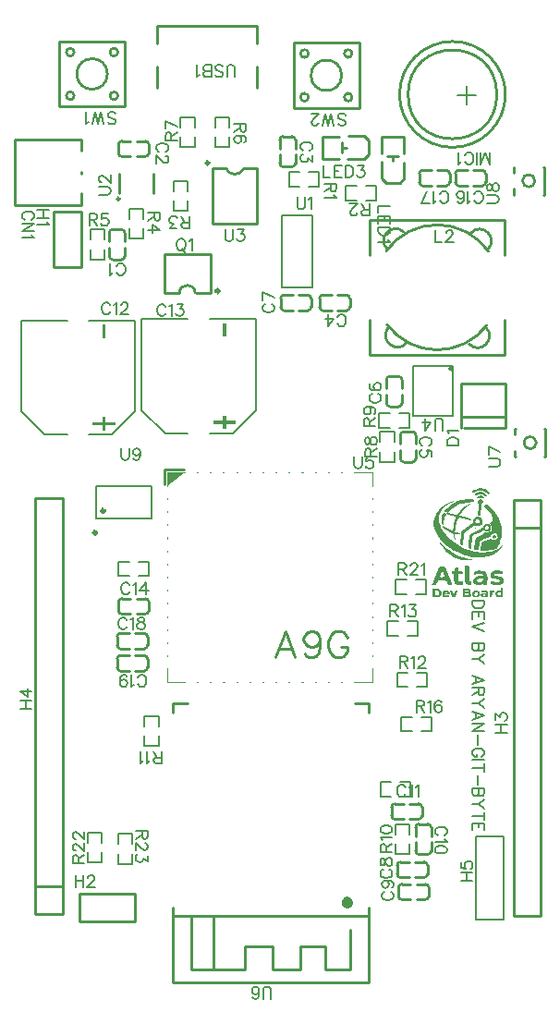
<source format=gto>
G04 Layer: TopSilkscreenLayer*
G04 EasyEDA v6.5.54, 2026-02-06 19:08:49*
G04 4cf94d710e704693a343972755933389,ab8ce68afc924fbca291fda1b5b5a17a,10*
G04 Gerber Generator version 0.2*
G04 Scale: 100 percent, Rotated: No, Reflected: No *
G04 Dimensions in millimeters *
G04 leading zeros omitted , absolute positions ,4 integer and 5 decimal *
%FSLAX45Y45*%
%MOMM*%

%ADD10C,0.2032*%
%ADD11C,0.1524*%
%ADD12C,0.2540*%
%ADD13C,0.1520*%
%ADD14C,0.1016*%
%ADD15C,0.2030*%
%ADD16C,0.3000*%
%ADD17C,0.0165*%

%LPD*%
G36*
X4963363Y-443687D02*
G01*
X4946751Y-443890D01*
X4928412Y-446684D01*
X4907432Y-452882D01*
X4894884Y-459130D01*
X4882134Y-466445D01*
X4880965Y-470255D01*
X4886502Y-478739D01*
X4890668Y-483362D01*
X4895596Y-483362D01*
X4913477Y-473049D01*
X4927752Y-468223D01*
X4940604Y-465734D01*
X4966055Y-465785D01*
X4978603Y-468172D01*
X4991455Y-472338D01*
X5005730Y-479501D01*
X5014874Y-485749D01*
X5026660Y-495554D01*
X5031181Y-495554D01*
X5036210Y-492201D01*
X5041798Y-487019D01*
X5041798Y-481584D01*
X5031841Y-471881D01*
X5015433Y-460146D01*
X4996586Y-450951D01*
X4979060Y-445871D01*
G37*
G36*
X4965293Y-477215D02*
G01*
X4943652Y-477418D01*
X4931460Y-480059D01*
X4917236Y-485444D01*
X4903520Y-493572D01*
X4903520Y-498449D01*
X4910175Y-507187D01*
X4915357Y-510133D01*
X4935524Y-500735D01*
X4947666Y-497585D01*
X4964176Y-497585D01*
X4975199Y-500837D01*
X4986375Y-506526D01*
X4998770Y-515620D01*
X5003038Y-517906D01*
X5006340Y-517906D01*
X5017414Y-507441D01*
X5017414Y-503732D01*
X5002682Y-491490D01*
X4984800Y-482193D01*
G37*
G36*
X4966462Y-510793D02*
G01*
X4944668Y-510946D01*
X4936540Y-513486D01*
X4930190Y-516839D01*
X4923942Y-522071D01*
X4930140Y-532180D01*
X4935270Y-533450D01*
X4946751Y-528675D01*
X4959248Y-527862D01*
X4967071Y-530402D01*
X4977434Y-537260D01*
X4983073Y-537260D01*
X4991100Y-529183D01*
X4990439Y-524560D01*
X4977892Y-515061D01*
G37*
G36*
X4866386Y-541375D02*
G01*
X4843018Y-541578D01*
X4820615Y-543306D01*
X4792929Y-547471D01*
X4768748Y-553364D01*
X4741316Y-562711D01*
X4704689Y-580847D01*
X4682693Y-595223D01*
X4667046Y-607110D01*
X4647133Y-624890D01*
X4635855Y-638403D01*
X4625898Y-653084D01*
X4625898Y-654812D01*
X4633518Y-659028D01*
X4643678Y-662228D01*
X4657242Y-664514D01*
X4660188Y-662838D01*
X4674463Y-645515D01*
X4688433Y-633069D01*
X4699609Y-624128D01*
X4709769Y-616966D01*
X4728311Y-605536D01*
X4748936Y-595172D01*
X4769307Y-587095D01*
X4793183Y-580034D01*
X4818583Y-574954D01*
X4835906Y-572668D01*
X4888738Y-571246D01*
X4896104Y-567639D01*
X4899761Y-560933D01*
X4898593Y-552399D01*
X4895189Y-547217D01*
X4885944Y-543102D01*
G37*
G36*
X4957927Y-543356D02*
G01*
X4950815Y-543509D01*
X4945684Y-545084D01*
X4939487Y-548284D01*
X4934153Y-556056D01*
X4931816Y-564997D01*
X4933137Y-572312D01*
X4939334Y-581964D01*
X4941062Y-589635D01*
X4938064Y-633323D01*
X4934966Y-664870D01*
X4932273Y-686206D01*
X4933899Y-690575D01*
X4952847Y-696874D01*
X4956098Y-696874D01*
X4957521Y-671982D01*
X4961534Y-621131D01*
X4963617Y-590854D01*
X4965852Y-586536D01*
X4974437Y-576986D01*
X4977739Y-569976D01*
X4977688Y-560120D01*
X4972151Y-550011D01*
X4965293Y-545388D01*
G37*
G36*
X4713325Y-560628D02*
G01*
X4706721Y-560730D01*
X4681321Y-569468D01*
X4665014Y-576021D01*
X4630470Y-593750D01*
X4607052Y-609244D01*
X4587697Y-625500D01*
X4571136Y-642924D01*
X4557826Y-660806D01*
X4545533Y-682193D01*
X4538726Y-698398D01*
X4534458Y-710641D01*
X4530242Y-726897D01*
X4526991Y-751281D01*
X4528210Y-779780D01*
X4532325Y-802589D01*
X4539386Y-825906D01*
X4545685Y-841806D01*
X4556912Y-864209D01*
X4569002Y-884529D01*
X4581652Y-902157D01*
X4594809Y-919124D01*
X4633518Y-957884D01*
X4654854Y-975055D01*
X4679950Y-993546D01*
X4710785Y-1012545D01*
X4741316Y-1028293D01*
X4774844Y-1042873D01*
X4796028Y-1050899D01*
X4822647Y-1059789D01*
X4855210Y-1067968D01*
X4871466Y-1071168D01*
X4899964Y-1075334D01*
X4953203Y-1076502D01*
X4979263Y-1074064D01*
X5004714Y-1070051D01*
X5026050Y-1065072D01*
X5050434Y-1057198D01*
X5075885Y-1045667D01*
X5096510Y-1033221D01*
X5114544Y-1019759D01*
X5134610Y-1000455D01*
X5147259Y-985215D01*
X5161788Y-964844D01*
X5161788Y-960272D01*
X5158943Y-960272D01*
X5145532Y-976071D01*
X5134356Y-986078D01*
X5118608Y-997864D01*
X5095189Y-1009903D01*
X5075631Y-1017168D01*
X5048402Y-1024280D01*
X5023510Y-1028344D01*
X4992471Y-1030732D01*
X4958943Y-1029462D01*
X4931460Y-1026261D01*
X4899964Y-1020165D01*
X4876546Y-1014272D01*
X4849825Y-1006195D01*
X4824425Y-997000D01*
X4799482Y-986586D01*
X4766716Y-970229D01*
X4745380Y-957884D01*
X4721961Y-942797D01*
X4699609Y-926236D01*
X4670145Y-901903D01*
X4640630Y-872286D01*
X4622749Y-849934D01*
X4607712Y-827582D01*
X4596282Y-806196D01*
X4587951Y-786892D01*
X4583074Y-772668D01*
X4577943Y-752348D01*
X4575098Y-730961D01*
X4575048Y-710641D01*
X4578096Y-690270D01*
X4582261Y-676046D01*
X4588459Y-660349D01*
X4598670Y-642569D01*
X4611065Y-626262D01*
X4625289Y-611276D01*
X4640630Y-598576D01*
X4652822Y-590448D01*
X4669078Y-581456D01*
X4687417Y-573024D01*
X4709668Y-565658D01*
X4713325Y-562356D01*
G37*
G36*
X4860137Y-581964D02*
G01*
X4829759Y-597001D01*
X4808423Y-611174D01*
X4795215Y-621792D01*
X4779162Y-637387D01*
X4766614Y-651662D01*
X4757470Y-663854D01*
X4743754Y-684682D01*
X4737862Y-687730D01*
X4731664Y-687730D01*
X4690414Y-680720D01*
X4658918Y-672642D01*
X4650130Y-669493D01*
X4644186Y-672541D01*
X4644186Y-673201D01*
X4656328Y-681736D01*
X4672228Y-689711D01*
X4690618Y-696823D01*
X4723993Y-706120D01*
X4729530Y-708304D01*
X4730750Y-712063D01*
X4720386Y-741984D01*
X4714443Y-765556D01*
X4710379Y-788924D01*
X4708245Y-805180D01*
X4706315Y-829310D01*
X4703927Y-832154D01*
X4697476Y-832154D01*
X4673193Y-823061D01*
X4642662Y-807720D01*
X4624374Y-794054D01*
X4608880Y-779272D01*
X4606544Y-779272D01*
X4606594Y-782828D01*
X4612944Y-793953D01*
X4638598Y-819556D01*
X4655870Y-831900D01*
X4674260Y-842314D01*
X4701641Y-853643D01*
X4706162Y-857859D01*
X4708194Y-864209D01*
X4712563Y-884478D01*
X4721504Y-913841D01*
X4724857Y-917549D01*
X4726584Y-917549D01*
X4726584Y-910894D01*
X4722469Y-881938D01*
X4722215Y-863295D01*
X4726838Y-859586D01*
X4737252Y-861110D01*
X4764074Y-861110D01*
X4766360Y-858875D01*
X4741316Y-848664D01*
X4733188Y-846124D01*
X4725568Y-842314D01*
X4722215Y-835812D01*
X4723536Y-821486D01*
X4727651Y-797052D01*
X4735728Y-764184D01*
X4747107Y-730961D01*
X4753152Y-718159D01*
X4760264Y-714756D01*
X4828743Y-728522D01*
X4871364Y-737514D01*
X4874006Y-735279D01*
X4874006Y-730707D01*
X4871466Y-728675D01*
X4834890Y-714400D01*
X4808423Y-705967D01*
X4773828Y-697738D01*
X4766970Y-695350D01*
X4765040Y-692302D01*
X4773574Y-677062D01*
X4783886Y-660806D01*
X4798771Y-641096D01*
X4822647Y-616254D01*
X4844034Y-599135D01*
X4867960Y-583641D01*
X4865370Y-582015D01*
G37*
G36*
X5002682Y-588975D02*
G01*
X4995926Y-593191D01*
X4992776Y-600710D01*
X4993792Y-609498D01*
X4999075Y-617118D01*
X5009184Y-624840D01*
X5032552Y-649071D01*
X5045862Y-667664D01*
X5056835Y-689254D01*
X5063083Y-707948D01*
X5065471Y-721563D01*
X5064506Y-736041D01*
X5059984Y-746506D01*
X5054092Y-752094D01*
X5039410Y-759460D01*
X5038699Y-761593D01*
X5052872Y-776173D01*
X5060645Y-791972D01*
X5060645Y-813358D01*
X5054244Y-826820D01*
X5046370Y-835507D01*
X5036210Y-842010D01*
X5025034Y-845718D01*
X5008778Y-845870D01*
X4996078Y-844143D01*
X4983683Y-857402D01*
X4966868Y-868730D01*
X4928158Y-887018D01*
X4917389Y-896721D01*
X4909718Y-908558D01*
X4905552Y-921156D01*
X4902504Y-941476D01*
X4896256Y-996391D01*
X4897526Y-1002995D01*
X4902301Y-1006144D01*
X4929428Y-1011123D01*
X4934712Y-1011123D01*
X4938318Y-1007160D01*
X4946142Y-944371D01*
X4949494Y-934364D01*
X4956606Y-923696D01*
X4961991Y-919886D01*
X4970119Y-915771D01*
X5043881Y-888085D01*
X5047996Y-885545D01*
X5057190Y-866851D01*
X5065420Y-859383D01*
X5073853Y-855573D01*
X5089245Y-855522D01*
X5099253Y-858875D01*
X5106670Y-865936D01*
X5112359Y-876300D01*
X5113274Y-892200D01*
X5109819Y-901141D01*
X5103876Y-909421D01*
X5095697Y-914552D01*
X5084013Y-917600D01*
X5074869Y-916432D01*
X5065725Y-913231D01*
X5056022Y-906170D01*
X5048351Y-905154D01*
X4974336Y-933196D01*
X4966665Y-940866D01*
X4963617Y-951636D01*
X4956454Y-1008126D01*
X4958232Y-1012748D01*
X4961534Y-1015492D01*
X4995672Y-1016508D01*
X5025034Y-1014120D01*
X5042306Y-1011275D01*
X5056581Y-1008176D01*
X5070398Y-1004112D01*
X5096205Y-994613D01*
X5104333Y-989228D01*
X5116220Y-971194D01*
X5130139Y-944524D01*
X5138166Y-924204D01*
X5143347Y-907897D01*
X5147462Y-890473D01*
X5151120Y-867257D01*
X5151120Y-814374D01*
X5148427Y-795020D01*
X5143296Y-769620D01*
X5136286Y-746201D01*
X5127040Y-722833D01*
X5112410Y-694334D01*
X5095087Y-667918D01*
X5074107Y-641908D01*
X5047386Y-614934D01*
X5030114Y-601167D01*
X5013401Y-589788D01*
G37*
G36*
X4618075Y-666394D02*
G01*
X4613910Y-670966D01*
X4610709Y-677316D01*
X4604258Y-693318D01*
X4599432Y-710641D01*
X4597603Y-729945D01*
X4599482Y-748233D01*
X4602734Y-758444D01*
X4608880Y-770178D01*
X4616754Y-777240D01*
X4618278Y-777240D01*
X4618634Y-755396D01*
X4623714Y-731520D01*
X4629353Y-713689D01*
X4644186Y-684174D01*
X4644186Y-679856D01*
X4640630Y-675589D01*
X4624425Y-666394D01*
G37*
G36*
X4924348Y-701040D02*
G01*
X4916474Y-703021D01*
X4904384Y-709472D01*
X4893767Y-720090D01*
X4888331Y-730097D01*
X4885131Y-742137D01*
X4885456Y-745794D01*
X4909312Y-745794D01*
X4912868Y-736498D01*
X4917998Y-730402D01*
X4925364Y-726389D01*
X4938979Y-726948D01*
X4946751Y-733094D01*
X4951323Y-742086D01*
X4951323Y-749554D01*
X4948275Y-756767D01*
X4941011Y-762304D01*
X4931156Y-764844D01*
X4922672Y-763727D01*
X4911648Y-753668D01*
X4909312Y-745794D01*
X4885456Y-745794D01*
X4886452Y-756920D01*
X4883962Y-762914D01*
X4873498Y-770788D01*
X4801311Y-823315D01*
X4788763Y-833221D01*
X4781804Y-843838D01*
X4778451Y-852474D01*
X4774438Y-885545D01*
X4769256Y-935126D01*
X4769256Y-949452D01*
X4774133Y-957783D01*
X4782413Y-962406D01*
X4792675Y-963625D01*
X4792675Y-962050D01*
X4801819Y-870305D01*
X4802987Y-864209D01*
X4805984Y-854760D01*
X4812639Y-847902D01*
X4894884Y-787704D01*
X4901387Y-784352D01*
X4906111Y-784352D01*
X4923891Y-790549D01*
X4937760Y-790600D01*
X4949799Y-786384D01*
X4960620Y-778916D01*
X4970576Y-767740D01*
X4974488Y-759358D01*
X4976977Y-746912D01*
X4973777Y-731215D01*
X4968341Y-720801D01*
X4963414Y-714959D01*
X4954016Y-707186D01*
X4939741Y-701903D01*
G37*
G36*
X5009794Y-766064D02*
G01*
X4998212Y-769874D01*
X4987848Y-777443D01*
X4981905Y-786130D01*
X4978857Y-794004D01*
X4976571Y-803148D01*
X4975965Y-803808D01*
X4999939Y-803808D01*
X5002377Y-796442D01*
X5009184Y-789584D01*
X5015890Y-788416D01*
X5024018Y-790651D01*
X5028844Y-795020D01*
X5031638Y-801573D01*
X5031638Y-807008D01*
X5027574Y-813562D01*
X5019852Y-818946D01*
X5010556Y-818946D01*
X5001209Y-810666D01*
X4999939Y-803808D01*
X4975965Y-803808D01*
X4972151Y-808024D01*
X4930444Y-828294D01*
X4876546Y-853897D01*
X4863185Y-867257D01*
X4857750Y-878789D01*
X4854803Y-891641D01*
X4848555Y-948588D01*
X4845050Y-976071D01*
X4845050Y-986536D01*
X4849114Y-991057D01*
X4855210Y-993597D01*
X4865725Y-995019D01*
X4869942Y-990803D01*
X4869942Y-979119D01*
X4879086Y-895705D01*
X4880356Y-889609D01*
X4883404Y-883513D01*
X4890820Y-875639D01*
X4956911Y-843127D01*
X4980076Y-831951D01*
X4986934Y-830884D01*
X5004003Y-839368D01*
X5016246Y-841654D01*
X5029606Y-838352D01*
X5038852Y-832916D01*
X5045100Y-826668D01*
X5049875Y-819454D01*
X5053228Y-806246D01*
X5051958Y-794207D01*
X5047030Y-783386D01*
X5037429Y-773125D01*
X5024475Y-766775D01*
G37*
G36*
X4914595Y-798372D02*
G01*
X4906772Y-806602D01*
X4902504Y-817981D01*
X4902504Y-828598D01*
X4904435Y-831646D01*
X4907483Y-827582D01*
X4917897Y-804672D01*
X4917236Y-799236D01*
G37*
G36*
X5078933Y-869645D02*
G01*
X5071465Y-874369D01*
X5066893Y-880160D01*
X5066030Y-889609D01*
X5070856Y-896670D01*
X5077917Y-901496D01*
X5088940Y-900582D01*
X5096560Y-892403D01*
X5099050Y-884174D01*
X5094173Y-874471D01*
X5088737Y-870508D01*
G37*
G36*
X4580128Y-927303D02*
G01*
X4580128Y-928573D01*
X4587341Y-945540D01*
X4599635Y-968806D01*
X4614570Y-991311D01*
X4631690Y-1012647D01*
X4654042Y-1034237D01*
X4673193Y-1049070D01*
X4691278Y-1061008D01*
X4711801Y-1072032D01*
X4734204Y-1082040D01*
X4758588Y-1090625D01*
X4786071Y-1097330D01*
X4810455Y-1101090D01*
X4859274Y-1101140D01*
X4872126Y-1097584D01*
X4876241Y-1094740D01*
X4852162Y-1090269D01*
X4830419Y-1085392D01*
X4799279Y-1076401D01*
X4772812Y-1066850D01*
X4748428Y-1056640D01*
X4726025Y-1045464D01*
X4700625Y-1031290D01*
X4666030Y-1008278D01*
X4651502Y-997407D01*
X4629454Y-979119D01*
X4600244Y-950620D01*
G37*
G36*
X4820615Y-1151483D02*
G01*
X4815941Y-1153464D01*
X4812893Y-1160780D01*
X4813604Y-1296365D01*
X4816754Y-1306576D01*
X4821072Y-1314958D01*
X4830267Y-1323035D01*
X4842002Y-1326896D01*
X4866386Y-1326896D01*
X4872126Y-1325321D01*
X4874869Y-1318717D01*
X4874107Y-1300480D01*
X4869738Y-1296873D01*
X4857851Y-1296873D01*
X4852162Y-1291996D01*
X4851146Y-1155598D01*
X4847488Y-1151991D01*
G37*
G36*
X4618278Y-1157579D02*
G01*
X4593844Y-1157782D01*
X4585360Y-1159713D01*
X4579213Y-1166012D01*
X4576216Y-1172311D01*
X4539448Y-1256030D01*
X4581144Y-1256030D01*
X4581144Y-1251254D01*
X4588002Y-1232306D01*
X4596587Y-1211986D01*
X4604867Y-1196035D01*
X4606340Y-1198778D01*
X4626000Y-1245158D01*
X4628743Y-1254150D01*
X4621326Y-1256284D01*
X4598924Y-1257503D01*
X4581144Y-1256030D01*
X4539448Y-1256030D01*
X4512767Y-1316736D01*
X4511192Y-1324508D01*
X4513529Y-1325270D01*
X4530293Y-1327505D01*
X4547057Y-1325270D01*
X4552086Y-1321612D01*
X4563008Y-1293317D01*
X4567275Y-1288745D01*
X4574540Y-1287018D01*
X4636566Y-1287322D01*
X4643221Y-1291234D01*
X4647844Y-1298448D01*
X4654346Y-1314500D01*
X4659528Y-1323340D01*
X4666030Y-1326896D01*
X4691481Y-1326540D01*
X4697069Y-1324406D01*
X4697069Y-1319733D01*
X4684166Y-1288237D01*
X4668723Y-1252677D01*
X4630978Y-1168298D01*
X4625238Y-1161135D01*
G37*
G36*
X4730140Y-1166723D02*
G01*
X4724196Y-1169822D01*
X4721453Y-1173327D01*
X4718354Y-1180338D01*
X4715510Y-1196695D01*
X4711090Y-1200302D01*
X4695850Y-1200810D01*
X4691786Y-1205788D01*
X4692497Y-1225651D01*
X4695647Y-1228801D01*
X4710480Y-1229309D01*
X4714341Y-1234084D01*
X4714392Y-1290269D01*
X4716424Y-1304290D01*
X4721910Y-1314399D01*
X4731308Y-1322832D01*
X4741316Y-1326388D01*
X4757420Y-1328724D01*
X4783023Y-1326235D01*
X4791506Y-1322476D01*
X4793437Y-1315567D01*
X4792624Y-1298448D01*
X4790033Y-1295857D01*
X4768748Y-1299057D01*
X4761738Y-1297736D01*
X4755896Y-1294739D01*
X4752035Y-1286205D01*
X4751984Y-1233119D01*
X4756251Y-1229258D01*
X4789068Y-1228242D01*
X4791506Y-1220114D01*
X4791659Y-1209751D01*
X4789373Y-1202842D01*
X4786172Y-1200302D01*
X4759553Y-1200302D01*
X4755032Y-1197152D01*
X4752797Y-1192885D01*
X4750968Y-1170381D01*
X4749190Y-1168603D01*
X4741316Y-1166774D01*
G37*
G36*
X5120894Y-1197254D02*
G01*
X5091125Y-1197406D01*
X5076952Y-1200454D01*
X5060950Y-1206601D01*
X5050028Y-1217574D01*
X5045608Y-1232001D01*
X5046573Y-1246581D01*
X5050739Y-1256030D01*
X5059019Y-1264259D01*
X5067655Y-1268679D01*
X5078933Y-1272590D01*
X5127447Y-1281582D01*
X5132120Y-1284630D01*
X5133492Y-1290878D01*
X5130139Y-1296060D01*
X5120640Y-1300378D01*
X5096205Y-1301140D01*
X5076901Y-1299006D01*
X5050028Y-1292402D01*
X5048402Y-1294028D01*
X5047742Y-1317142D01*
X5052771Y-1322171D01*
X5061661Y-1324610D01*
X5076901Y-1327505D01*
X5120843Y-1328674D01*
X5134203Y-1326337D01*
X5146802Y-1322324D01*
X5157470Y-1316228D01*
X5166055Y-1306931D01*
X5170017Y-1297990D01*
X5171236Y-1285189D01*
X5168798Y-1273505D01*
X5162346Y-1263904D01*
X5151729Y-1256538D01*
X5135321Y-1251102D01*
X5108448Y-1247089D01*
X5089144Y-1243685D01*
X5083352Y-1237945D01*
X5084013Y-1231392D01*
X5090668Y-1226921D01*
X5105349Y-1224432D01*
X5126736Y-1225753D01*
X5158740Y-1231493D01*
X5159705Y-1228242D01*
X5160314Y-1207617D01*
X5156200Y-1203096D01*
X5151577Y-1201318D01*
G37*
G36*
X4940604Y-1197305D02*
G01*
X4924145Y-1199997D01*
X4903012Y-1204772D01*
X4898440Y-1209344D01*
X4898440Y-1228242D01*
X4899660Y-1232814D01*
X4907076Y-1232814D01*
X4920183Y-1228801D01*
X4941316Y-1225499D01*
X4967071Y-1226261D01*
X4975250Y-1230579D01*
X4980686Y-1236014D01*
X4982006Y-1242060D01*
X4978704Y-1247089D01*
X4942636Y-1247089D01*
X4923332Y-1250035D01*
X4912156Y-1253388D01*
X4902301Y-1258366D01*
X4893716Y-1266291D01*
X4888433Y-1276045D01*
X4886045Y-1288338D01*
X4886787Y-1292402D01*
X4924653Y-1292402D01*
X4925517Y-1280261D01*
X4932172Y-1274724D01*
X4940858Y-1272286D01*
X4951831Y-1270711D01*
X4977739Y-1270457D01*
X4981803Y-1274521D01*
X4981803Y-1284173D01*
X4977841Y-1290726D01*
X4968138Y-1297736D01*
X4957927Y-1301140D01*
X4941519Y-1302258D01*
X4930140Y-1298905D01*
X4924653Y-1292402D01*
X4886787Y-1292402D01*
X4888179Y-1300022D01*
X4892192Y-1309065D01*
X4897526Y-1316024D01*
X4908092Y-1323238D01*
X4921300Y-1327810D01*
X4951831Y-1327912D01*
X4969103Y-1322120D01*
X4983581Y-1314246D01*
X4984851Y-1322171D01*
X4990236Y-1326388D01*
X5015026Y-1326388D01*
X5019344Y-1321765D01*
X5020056Y-1262837D01*
X5018633Y-1235354D01*
X5015585Y-1223670D01*
X5010454Y-1214932D01*
X5001006Y-1206195D01*
X4990439Y-1201369D01*
X4976215Y-1198118D01*
G37*
G36*
X5150104Y-1354937D02*
G01*
X5145735Y-1356766D01*
X5144566Y-1360474D01*
X5142738Y-1378407D01*
X5140807Y-1380388D01*
X5130800Y-1378051D01*
X5115509Y-1378000D01*
X5104892Y-1382572D01*
X5096560Y-1391615D01*
X5092446Y-1400911D01*
X5091796Y-1407972D01*
X5111851Y-1407972D01*
X5116271Y-1397711D01*
X5124704Y-1393494D01*
X5134051Y-1393494D01*
X5140960Y-1398168D01*
X5143500Y-1403146D01*
X5143449Y-1411325D01*
X5140858Y-1421333D01*
X5135372Y-1425448D01*
X5122468Y-1426260D01*
X5116322Y-1423111D01*
X5113223Y-1416405D01*
X5111851Y-1407972D01*
X5091796Y-1407972D01*
X5091379Y-1412849D01*
X5096967Y-1430070D01*
X5106009Y-1438402D01*
X5114544Y-1442262D01*
X5129377Y-1442313D01*
X5143550Y-1439113D01*
X5154371Y-1442516D01*
X5159044Y-1441805D01*
X5163362Y-1436065D01*
X5162702Y-1362506D01*
X5160568Y-1356969D01*
X5157216Y-1356004D01*
G37*
G36*
X4833874Y-1358950D02*
G01*
X4813503Y-1359306D01*
X4796282Y-1360474D01*
X4793691Y-1365554D01*
X4793691Y-1380388D01*
X4813909Y-1380388D01*
X4820615Y-1376883D01*
X4826711Y-1375410D01*
X4836922Y-1375308D01*
X4843983Y-1377746D01*
X4845812Y-1383030D01*
X4844440Y-1388567D01*
X4835906Y-1392428D01*
X4819599Y-1392478D01*
X4814519Y-1389888D01*
X4813909Y-1380388D01*
X4793691Y-1380388D01*
X4793691Y-1422857D01*
X4814011Y-1422857D01*
X4814011Y-1412697D01*
X4816144Y-1408785D01*
X4843068Y-1408785D01*
X4847590Y-1411935D01*
X4847539Y-1418437D01*
X4846320Y-1423009D01*
X4836007Y-1426057D01*
X4818532Y-1426057D01*
X4814011Y-1422857D01*
X4793691Y-1422857D01*
X4793691Y-1435709D01*
X4796282Y-1440789D01*
X4834280Y-1442567D01*
X4852466Y-1439519D01*
X4863693Y-1434388D01*
X4869332Y-1425854D01*
X4870196Y-1414119D01*
X4866132Y-1404975D01*
X4858969Y-1399235D01*
X4865827Y-1390243D01*
X4867148Y-1383182D01*
X4865878Y-1373835D01*
X4862220Y-1367586D01*
X4855413Y-1363014D01*
X4848098Y-1361033D01*
G37*
G36*
X4552137Y-1359001D02*
G01*
X4525721Y-1359204D01*
X4521352Y-1360068D01*
X4517593Y-1364234D01*
X4517593Y-1382268D01*
X4537354Y-1382268D01*
X4539589Y-1378102D01*
X4546041Y-1375257D01*
X4555337Y-1375206D01*
X4566412Y-1378458D01*
X4575962Y-1388313D01*
X4578299Y-1397050D01*
X4577334Y-1409344D01*
X4573066Y-1417726D01*
X4567580Y-1421993D01*
X4556353Y-1425295D01*
X4543044Y-1424025D01*
X4537913Y-1420215D01*
X4537354Y-1382268D01*
X4517593Y-1382268D01*
X4517593Y-1437436D01*
X4522622Y-1441500D01*
X4567428Y-1440688D01*
X4578705Y-1436217D01*
X4588154Y-1430223D01*
X4595215Y-1420520D01*
X4598568Y-1410309D01*
X4599736Y-1395780D01*
X4595418Y-1381810D01*
X4587748Y-1371803D01*
X4576572Y-1364081D01*
X4567428Y-1360982D01*
G37*
G36*
X4986375Y-1377340D02*
G01*
X4976215Y-1379321D01*
X4966411Y-1382522D01*
X4964480Y-1387602D01*
X4966563Y-1395323D01*
X4969408Y-1396390D01*
X4982311Y-1393444D01*
X4997602Y-1392275D01*
X5003190Y-1396695D01*
X5003190Y-1399540D01*
X4999634Y-1401368D01*
X4977587Y-1402435D01*
X4964582Y-1408836D01*
X4960213Y-1415034D01*
X4959220Y-1423670D01*
X4979771Y-1423670D01*
X4979771Y-1420215D01*
X4983124Y-1417421D01*
X5002123Y-1415897D01*
X5003393Y-1420977D01*
X5000345Y-1425651D01*
X4992268Y-1428089D01*
X4984496Y-1428089D01*
X4979771Y-1423670D01*
X4959220Y-1423670D01*
X4960569Y-1431188D01*
X4966665Y-1438097D01*
X4976215Y-1441805D01*
X4993487Y-1441754D01*
X5010099Y-1439976D01*
X5019294Y-1442313D01*
X5024424Y-1440383D01*
X5026812Y-1432458D01*
X5025796Y-1397050D01*
X5023307Y-1389024D01*
X5016906Y-1382623D01*
X5004714Y-1378051D01*
G37*
G36*
X4688433Y-1377492D02*
G01*
X4680458Y-1379321D01*
X4677765Y-1381556D01*
X4677765Y-1384858D01*
X4696714Y-1426565D01*
X4700371Y-1436217D01*
X4705299Y-1441094D01*
X4714849Y-1441907D01*
X4721758Y-1440434D01*
X4725670Y-1436522D01*
X4748225Y-1386890D01*
X4748428Y-1379880D01*
X4743348Y-1378458D01*
X4734052Y-1378254D01*
X4728514Y-1384046D01*
X4718659Y-1407718D01*
X4713173Y-1417066D01*
X4712106Y-1415999D01*
X4697171Y-1381963D01*
X4693513Y-1378508D01*
G37*
G36*
X5082997Y-1378000D02*
G01*
X5070500Y-1379016D01*
X5065776Y-1382318D01*
X5060797Y-1382318D01*
X5057597Y-1379524D01*
X5048402Y-1378508D01*
X5043373Y-1379880D01*
X5041036Y-1384503D01*
X5042052Y-1437741D01*
X5045862Y-1441754D01*
X5057089Y-1441754D01*
X5061661Y-1437182D01*
X5062677Y-1404162D01*
X5065522Y-1399895D01*
X5069281Y-1397558D01*
X5084013Y-1394460D01*
X5087061Y-1391412D01*
X5086858Y-1382318D01*
G37*
G36*
X4631486Y-1378254D02*
G01*
X4621174Y-1382318D01*
X4612792Y-1389481D01*
X4607052Y-1401114D01*
X4607056Y-1401826D01*
X4629810Y-1401826D01*
X4633010Y-1395679D01*
X4637532Y-1392478D01*
X4643221Y-1392478D01*
X4650130Y-1395374D01*
X4653635Y-1400708D01*
X4651552Y-1402842D01*
X4630928Y-1402943D01*
X4629810Y-1401826D01*
X4607056Y-1401826D01*
X4607102Y-1418437D01*
X4611420Y-1427835D01*
X4618583Y-1435760D01*
X4628438Y-1440789D01*
X4657445Y-1441450D01*
X4667402Y-1438148D01*
X4669891Y-1435201D01*
X4669891Y-1430121D01*
X4667351Y-1424076D01*
X4663490Y-1422857D01*
X4652822Y-1426362D01*
X4638344Y-1426260D01*
X4632604Y-1423517D01*
X4628743Y-1416913D01*
X4667707Y-1416913D01*
X4671822Y-1414678D01*
X4674616Y-1407972D01*
X4672838Y-1397050D01*
X4670704Y-1391564D01*
X4663490Y-1383588D01*
X4652822Y-1378864D01*
G37*
G36*
X4906060Y-1378254D02*
G01*
X4897932Y-1380947D01*
X4891836Y-1384198D01*
X4884267Y-1391970D01*
X4880102Y-1401470D01*
X4879212Y-1410004D01*
X4899304Y-1410004D01*
X4901488Y-1401927D01*
X4905857Y-1396339D01*
X4912156Y-1393494D01*
X4921961Y-1394256D01*
X4927396Y-1398219D01*
X4931105Y-1405636D01*
X4931257Y-1411833D01*
X4925364Y-1423517D01*
X4917643Y-1427276D01*
X4908143Y-1425854D01*
X4900726Y-1418437D01*
X4899304Y-1410004D01*
X4879212Y-1410004D01*
X4878832Y-1413459D01*
X4882337Y-1425397D01*
X4888179Y-1433931D01*
X4897983Y-1440180D01*
X4911140Y-1443329D01*
X4920284Y-1443278D01*
X4929022Y-1441297D01*
X4938420Y-1436827D01*
X4948986Y-1426311D01*
X4952593Y-1412900D01*
X4951222Y-1401165D01*
X4946548Y-1390954D01*
X4941316Y-1384757D01*
X4929428Y-1378915D01*
G37*
D10*
X4987797Y-1473200D02*
G01*
X4882895Y-1473200D01*
X4987797Y-1473200D02*
G01*
X4987797Y-1508252D01*
X4982718Y-1523237D01*
X4972811Y-1533144D01*
X4962906Y-1538223D01*
X4947920Y-1543304D01*
X4922774Y-1543304D01*
X4907788Y-1538223D01*
X4897881Y-1533144D01*
X4887722Y-1523237D01*
X4882895Y-1508252D01*
X4882895Y-1473200D01*
X4987797Y-1576323D02*
G01*
X4882895Y-1576323D01*
X4987797Y-1576323D02*
G01*
X4987797Y-1641094D01*
X4937759Y-1576323D02*
G01*
X4937759Y-1616202D01*
X4882895Y-1576323D02*
G01*
X4882895Y-1641094D01*
X4987797Y-1674113D02*
G01*
X4882895Y-1714245D01*
X4987797Y-1754123D02*
G01*
X4882895Y-1714245D01*
X4987797Y-1864105D02*
G01*
X4882895Y-1864105D01*
X4987797Y-1864105D02*
G01*
X4987797Y-1909318D01*
X4982718Y-1924304D01*
X4977891Y-1929129D01*
X4967731Y-1934210D01*
X4957825Y-1934210D01*
X4947920Y-1929129D01*
X4942840Y-1924304D01*
X4937759Y-1909318D01*
X4937759Y-1864105D02*
G01*
X4937759Y-1909318D01*
X4932679Y-1924304D01*
X4927854Y-1929129D01*
X4917693Y-1934210D01*
X4902708Y-1934210D01*
X4892802Y-1929129D01*
X4887722Y-1924304D01*
X4882895Y-1909318D01*
X4882895Y-1864105D01*
X4987797Y-1967229D02*
G01*
X4937759Y-2007107D01*
X4882895Y-2007107D01*
X4987797Y-2047239D02*
G01*
X4937759Y-2007107D01*
X4987797Y-2197100D02*
G01*
X4882895Y-2157221D01*
X4987797Y-2197100D02*
G01*
X4882895Y-2237231D01*
X4917693Y-2172207D02*
G01*
X4917693Y-2222245D01*
X4987797Y-2270252D02*
G01*
X4882895Y-2270252D01*
X4987797Y-2270252D02*
G01*
X4987797Y-2315210D01*
X4982718Y-2330195D01*
X4977891Y-2335276D01*
X4967731Y-2340102D01*
X4957825Y-2340102D01*
X4947920Y-2335276D01*
X4942840Y-2330195D01*
X4937759Y-2315210D01*
X4937759Y-2270252D01*
X4937759Y-2305304D02*
G01*
X4882895Y-2340102D01*
X4987797Y-2373121D02*
G01*
X4937759Y-2413254D01*
X4882895Y-2413254D01*
X4987797Y-2453131D02*
G01*
X4937759Y-2413254D01*
X4987797Y-2526284D02*
G01*
X4882895Y-2486152D01*
X4987797Y-2526284D02*
G01*
X4882895Y-2566162D01*
X4917693Y-2501137D02*
G01*
X4917693Y-2551176D01*
X4987797Y-2599181D02*
G01*
X4882895Y-2599181D01*
X4987797Y-2599181D02*
G01*
X4882895Y-2669286D01*
X4987797Y-2669286D02*
G01*
X4882895Y-2669286D01*
X4927854Y-2702305D02*
G01*
X4927854Y-2792221D01*
X4962906Y-2900171D02*
G01*
X4972811Y-2895092D01*
X4982718Y-2885186D01*
X4987797Y-2875279D01*
X4987797Y-2855213D01*
X4982718Y-2845307D01*
X4972811Y-2835147D01*
X4962906Y-2830321D01*
X4947920Y-2825242D01*
X4922774Y-2825242D01*
X4907788Y-2830321D01*
X4897881Y-2835147D01*
X4887722Y-2845307D01*
X4882895Y-2855213D01*
X4882895Y-2875279D01*
X4887722Y-2885186D01*
X4897881Y-2895092D01*
X4907788Y-2900171D01*
X4922774Y-2900171D01*
X4922774Y-2875279D02*
G01*
X4922774Y-2900171D01*
X4987797Y-2933192D02*
G01*
X4882895Y-2933192D01*
X4987797Y-3001263D02*
G01*
X4882895Y-3001263D01*
X4987797Y-2966212D02*
G01*
X4987797Y-3036315D01*
X4927854Y-3069081D02*
G01*
X4927854Y-3159252D01*
X4987797Y-3192271D02*
G01*
X4882895Y-3192271D01*
X4987797Y-3192271D02*
G01*
X4987797Y-3237229D01*
X4982718Y-3252215D01*
X4977891Y-3257295D01*
X4967731Y-3262121D01*
X4957825Y-3262121D01*
X4947920Y-3257295D01*
X4942840Y-3252215D01*
X4937759Y-3237229D01*
X4937759Y-3192271D02*
G01*
X4937759Y-3237229D01*
X4932679Y-3252215D01*
X4927854Y-3257295D01*
X4917693Y-3262121D01*
X4902708Y-3262121D01*
X4892802Y-3257295D01*
X4887722Y-3252215D01*
X4882895Y-3237229D01*
X4882895Y-3192271D01*
X4987797Y-3295142D02*
G01*
X4937759Y-3335273D01*
X4882895Y-3335273D01*
X4987797Y-3375152D02*
G01*
X4937759Y-3335273D01*
X4987797Y-3443223D02*
G01*
X4882895Y-3443223D01*
X4987797Y-3408171D02*
G01*
X4987797Y-3478276D01*
X4987797Y-3511295D02*
G01*
X4882895Y-3511295D01*
X4987797Y-3511295D02*
G01*
X4987797Y-3576320D01*
X4937759Y-3511295D02*
G01*
X4937759Y-3551173D01*
X4882895Y-3511295D02*
G01*
X4882895Y-3576320D01*
D11*
X838707Y2017521D02*
G01*
X849121Y2022855D01*
X859536Y2033270D01*
X864615Y2043429D01*
X864615Y2064257D01*
X859536Y2074671D01*
X849121Y2085086D01*
X838707Y2090420D01*
X822960Y2095500D01*
X797052Y2095500D01*
X781557Y2090420D01*
X771144Y2085086D01*
X760729Y2074671D01*
X755650Y2064257D01*
X755650Y2043429D01*
X760729Y2033270D01*
X771144Y2022855D01*
X781557Y2017521D01*
X864615Y1983231D02*
G01*
X755650Y1983231D01*
X864615Y1983231D02*
G01*
X755650Y1910587D01*
X864615Y1910587D02*
G01*
X755650Y1910587D01*
X843787Y1876297D02*
G01*
X849121Y1865884D01*
X864615Y1850389D01*
X755650Y1850389D01*
X1004315Y2108200D02*
G01*
X895350Y2108200D01*
X1004315Y2035555D02*
G01*
X895350Y2035555D01*
X952500Y2108200D02*
G01*
X952500Y2035555D01*
X983487Y2001265D02*
G01*
X988821Y1990852D01*
X1004315Y1975104D01*
X895350Y1975104D01*
X1540255Y2910078D02*
G01*
X1550670Y2899663D01*
X1566163Y2894584D01*
X1586992Y2894584D01*
X1602486Y2899663D01*
X1612900Y2910078D01*
X1612900Y2920492D01*
X1607820Y2930905D01*
X1602486Y2936239D01*
X1592071Y2941320D01*
X1560829Y2951734D01*
X1550670Y2956813D01*
X1545336Y2962147D01*
X1540255Y2972562D01*
X1540255Y2988055D01*
X1550670Y2998470D01*
X1566163Y3003550D01*
X1586992Y3003550D01*
X1602486Y2998470D01*
X1612900Y2988055D01*
X1505965Y2894584D02*
G01*
X1479804Y3003550D01*
X1453895Y2894584D02*
G01*
X1479804Y3003550D01*
X1453895Y2894584D02*
G01*
X1427987Y3003550D01*
X1402079Y2894584D02*
G01*
X1427987Y3003550D01*
X1367789Y2915412D02*
G01*
X1357376Y2910078D01*
X1341628Y2894584D01*
X1341628Y3003550D01*
X3648456Y2897378D02*
G01*
X3658870Y2886963D01*
X3674363Y2881884D01*
X3695191Y2881884D01*
X3710686Y2886963D01*
X3721100Y2897378D01*
X3721100Y2907792D01*
X3716020Y2918205D01*
X3710686Y2923539D01*
X3700272Y2928620D01*
X3669029Y2939034D01*
X3658870Y2944113D01*
X3653536Y2949447D01*
X3648456Y2959862D01*
X3648456Y2975355D01*
X3658870Y2985770D01*
X3674363Y2990850D01*
X3695191Y2990850D01*
X3710686Y2985770D01*
X3721100Y2975355D01*
X3614165Y2881884D02*
G01*
X3588004Y2990850D01*
X3562095Y2881884D02*
G01*
X3588004Y2990850D01*
X3562095Y2881884D02*
G01*
X3536188Y2990850D01*
X3510279Y2881884D02*
G01*
X3536188Y2990850D01*
X3470656Y2907792D02*
G01*
X3470656Y2902712D01*
X3465575Y2892297D01*
X3460241Y2886963D01*
X3449827Y2881884D01*
X3429000Y2881884D01*
X3418840Y2886963D01*
X3413506Y2892297D01*
X3408425Y2902712D01*
X3408425Y2913126D01*
X3413506Y2923539D01*
X3423920Y2939034D01*
X3475990Y2990850D01*
X3403091Y2990850D01*
X2705100Y3326384D02*
G01*
X2705100Y3404362D01*
X2700020Y3419855D01*
X2689606Y3430270D01*
X2673858Y3435350D01*
X2663443Y3435350D01*
X2647950Y3430270D01*
X2637536Y3419855D01*
X2632456Y3404362D01*
X2632456Y3326384D01*
X2525268Y3341878D02*
G01*
X2535681Y3331463D01*
X2551429Y3326384D01*
X2572004Y3326384D01*
X2587752Y3331463D01*
X2598165Y3341878D01*
X2598165Y3352292D01*
X2592831Y3362705D01*
X2587752Y3368039D01*
X2577338Y3373120D01*
X2546095Y3383534D01*
X2535681Y3388613D01*
X2530602Y3393947D01*
X2525268Y3404362D01*
X2525268Y3419855D01*
X2535681Y3430270D01*
X2551429Y3435350D01*
X2572004Y3435350D01*
X2587752Y3430270D01*
X2598165Y3419855D01*
X2490977Y3326384D02*
G01*
X2490977Y3435350D01*
X2490977Y3326384D02*
G01*
X2444241Y3326384D01*
X2428747Y3331463D01*
X2423413Y3336797D01*
X2418334Y3347212D01*
X2418334Y3357626D01*
X2423413Y3368039D01*
X2428747Y3373120D01*
X2444241Y3378200D01*
X2490977Y3378200D02*
G01*
X2444241Y3378200D01*
X2428747Y3383534D01*
X2423413Y3388613D01*
X2418334Y3399028D01*
X2418334Y3414776D01*
X2423413Y3425189D01*
X2428747Y3430270D01*
X2444241Y3435350D01*
X2490977Y3435350D01*
X2384043Y3347212D02*
G01*
X2373629Y3341878D01*
X2358136Y3326384D01*
X2358136Y3435350D01*
X1563878Y1232407D02*
G01*
X1558544Y1242821D01*
X1548129Y1253236D01*
X1537970Y1258315D01*
X1517142Y1258315D01*
X1506728Y1253236D01*
X1496313Y1242821D01*
X1490979Y1232407D01*
X1485900Y1216660D01*
X1485900Y1190752D01*
X1490979Y1175257D01*
X1496313Y1164844D01*
X1506728Y1154429D01*
X1517142Y1149350D01*
X1537970Y1149350D01*
X1548129Y1154429D01*
X1558544Y1164844D01*
X1563878Y1175257D01*
X1598168Y1237487D02*
G01*
X1608581Y1242821D01*
X1624076Y1258315D01*
X1624076Y1149350D01*
X1663700Y1232407D02*
G01*
X1663700Y1237487D01*
X1668779Y1247902D01*
X1673860Y1253236D01*
X1684273Y1258315D01*
X1705102Y1258315D01*
X1715515Y1253236D01*
X1720850Y1247902D01*
X1725929Y1237487D01*
X1725929Y1227073D01*
X1720850Y1216660D01*
X1710436Y1201165D01*
X1658365Y1149350D01*
X1731010Y1149350D01*
X2071877Y1219707D02*
G01*
X2066543Y1230121D01*
X2056129Y1240536D01*
X2045970Y1245615D01*
X2025141Y1245615D01*
X2014727Y1240536D01*
X2004313Y1230121D01*
X1998979Y1219707D01*
X1993900Y1203960D01*
X1993900Y1178052D01*
X1998979Y1162557D01*
X2004313Y1152144D01*
X2014727Y1141729D01*
X2025141Y1136650D01*
X2045970Y1136650D01*
X2056129Y1141729D01*
X2066543Y1152144D01*
X2071877Y1162557D01*
X2106168Y1224787D02*
G01*
X2116581Y1230121D01*
X2132075Y1245615D01*
X2132075Y1136650D01*
X2176779Y1245615D02*
G01*
X2233929Y1245615D01*
X2202688Y1203960D01*
X2218436Y1203960D01*
X2228850Y1198879D01*
X2233929Y1193800D01*
X2239009Y1178052D01*
X2239009Y1167637D01*
X2233929Y1152144D01*
X2223515Y1141729D01*
X2208022Y1136650D01*
X2192274Y1136650D01*
X2176779Y1141729D01*
X2171700Y1146810D01*
X2166365Y1157223D01*
X4128515Y2146300D02*
G01*
X4019550Y2146300D01*
X4019550Y2146300D02*
G01*
X4019550Y2084070D01*
X4128515Y2049779D02*
G01*
X4019550Y2049779D01*
X4128515Y2049779D02*
G01*
X4128515Y1982215D01*
X4076700Y2049779D02*
G01*
X4076700Y2008123D01*
X4019550Y2049779D02*
G01*
X4019550Y1982215D01*
X4128515Y1947926D02*
G01*
X4019550Y1947926D01*
X4128515Y1947926D02*
G01*
X4128515Y1911350D01*
X4123436Y1895855D01*
X4113022Y1885442D01*
X4102608Y1880362D01*
X4086859Y1875028D01*
X4060952Y1875028D01*
X4045458Y1880362D01*
X4035043Y1885442D01*
X4024629Y1895855D01*
X4019550Y1911350D01*
X4019550Y1947926D01*
X4107688Y1840737D02*
G01*
X4113022Y1830323D01*
X4128515Y1814829D01*
X4019550Y1814829D01*
X3517900Y2515615D02*
G01*
X3517900Y2406650D01*
X3517900Y2406650D02*
G01*
X3580129Y2406650D01*
X3614420Y2515615D02*
G01*
X3614420Y2406650D01*
X3614420Y2515615D02*
G01*
X3681984Y2515615D01*
X3614420Y2463800D02*
G01*
X3656075Y2463800D01*
X3614420Y2406650D02*
G01*
X3681984Y2406650D01*
X3716274Y2515615D02*
G01*
X3716274Y2406650D01*
X3716274Y2515615D02*
G01*
X3752850Y2515615D01*
X3768343Y2510536D01*
X3778758Y2500121D01*
X3783838Y2489707D01*
X3789172Y2473960D01*
X3789172Y2448052D01*
X3783838Y2432557D01*
X3778758Y2422144D01*
X3768343Y2411729D01*
X3752850Y2406650D01*
X3716274Y2406650D01*
X3833875Y2515615D02*
G01*
X3891025Y2515615D01*
X3859784Y2473960D01*
X3875277Y2473960D01*
X3885691Y2468879D01*
X3891025Y2463800D01*
X3896106Y2448052D01*
X3896106Y2437637D01*
X3891025Y2422144D01*
X3880611Y2411729D01*
X3864863Y2406650D01*
X3849370Y2406650D01*
X3833875Y2411729D01*
X3828541Y2416810D01*
X3823461Y2427223D01*
X2807715Y2895597D02*
G01*
X2698750Y2895597D01*
X2807715Y2895597D02*
G01*
X2807715Y2848861D01*
X2802636Y2833367D01*
X2797302Y2828033D01*
X2786888Y2822953D01*
X2776474Y2822953D01*
X2766059Y2828033D01*
X2760979Y2833367D01*
X2755900Y2848861D01*
X2755900Y2895597D01*
X2755900Y2859275D02*
G01*
X2698750Y2822953D01*
X2792222Y2726179D02*
G01*
X2802636Y2731513D01*
X2807715Y2747007D01*
X2807715Y2757421D01*
X2802636Y2772915D01*
X2786888Y2783329D01*
X2760979Y2788663D01*
X2735072Y2788663D01*
X2714243Y2783329D01*
X2703829Y2772915D01*
X2698750Y2757421D01*
X2698750Y2752087D01*
X2703829Y2736593D01*
X2714243Y2726179D01*
X2729738Y2721099D01*
X2735072Y2721099D01*
X2750565Y2726179D01*
X2760979Y2736593D01*
X2766059Y2752087D01*
X2766059Y2757421D01*
X2760979Y2772915D01*
X2750565Y2783329D01*
X2735072Y2788663D01*
X2069084Y2743202D02*
G01*
X2178050Y2743202D01*
X2069084Y2743202D02*
G01*
X2069084Y2789938D01*
X2074163Y2805432D01*
X2079497Y2810766D01*
X2089911Y2815846D01*
X2100325Y2815846D01*
X2110740Y2810766D01*
X2115820Y2805432D01*
X2120900Y2789938D01*
X2120900Y2743202D01*
X2120900Y2779524D02*
G01*
X2178050Y2815846D01*
X2069084Y2923034D02*
G01*
X2178050Y2870964D01*
X2069084Y2850136D02*
G01*
X2069084Y2923034D01*
X2616200Y1931415D02*
G01*
X2616200Y1853437D01*
X2621279Y1837944D01*
X2631693Y1827529D01*
X2647441Y1822450D01*
X2657856Y1822450D01*
X2673350Y1827529D01*
X2683763Y1837944D01*
X2688843Y1853437D01*
X2688843Y1931415D01*
X2733547Y1931415D02*
G01*
X2790697Y1931415D01*
X2759709Y1889760D01*
X2775204Y1889760D01*
X2785618Y1884679D01*
X2790697Y1879600D01*
X2796031Y1863852D01*
X2796031Y1853437D01*
X2790697Y1837944D01*
X2780284Y1827529D01*
X2764790Y1822450D01*
X2749295Y1822450D01*
X2733547Y1827529D01*
X2728468Y1832610D01*
X2723134Y1843023D01*
X3276600Y2223515D02*
G01*
X3276600Y2145537D01*
X3281679Y2130044D01*
X3292093Y2119629D01*
X3307841Y2114550D01*
X3318256Y2114550D01*
X3333750Y2119629D01*
X3344163Y2130044D01*
X3349243Y2145537D01*
X3349243Y2223515D01*
X3383534Y2202687D02*
G01*
X3393947Y2208021D01*
X3409695Y2223515D01*
X3409695Y2114550D01*
X3633215Y2349398D02*
G01*
X3524250Y2349398D01*
X3633215Y2349398D02*
G01*
X3633215Y2302662D01*
X3628136Y2287168D01*
X3622802Y2281834D01*
X3612388Y2276754D01*
X3601974Y2276754D01*
X3591559Y2281834D01*
X3586479Y2287168D01*
X3581400Y2302662D01*
X3581400Y2349398D01*
X3581400Y2313076D02*
G01*
X3524250Y2276754D01*
X3612388Y2242464D02*
G01*
X3617722Y2232050D01*
X3633215Y2216556D01*
X3524250Y2216556D01*
X3936898Y2056384D02*
G01*
X3936898Y2165350D01*
X3936898Y2056384D02*
G01*
X3890162Y2056384D01*
X3874668Y2061463D01*
X3869334Y2066797D01*
X3864254Y2077212D01*
X3864254Y2087626D01*
X3869334Y2098039D01*
X3874668Y2103120D01*
X3890162Y2108200D01*
X3936898Y2108200D01*
X3900576Y2108200D02*
G01*
X3864254Y2165350D01*
X3824884Y2082292D02*
G01*
X3824884Y2077212D01*
X3819550Y2066797D01*
X3814470Y2061463D01*
X3804056Y2056384D01*
X3783228Y2056384D01*
X3772814Y2061463D01*
X3767734Y2066797D01*
X3762400Y2077212D01*
X3762400Y2087626D01*
X3767734Y2098039D01*
X3777894Y2113534D01*
X3829964Y2165350D01*
X3757320Y2165350D01*
X2285898Y1942084D02*
G01*
X2285898Y2051050D01*
X2285898Y1942084D02*
G01*
X2239162Y1942084D01*
X2223668Y1947163D01*
X2218334Y1952497D01*
X2213254Y1962912D01*
X2213254Y1973326D01*
X2218334Y1983739D01*
X2223668Y1988820D01*
X2239162Y1993900D01*
X2285898Y1993900D01*
X2249576Y1993900D02*
G01*
X2213254Y2051050D01*
X2168550Y1942084D02*
G01*
X2111400Y1942084D01*
X2142642Y1983739D01*
X2126894Y1983739D01*
X2116734Y1988820D01*
X2111400Y1993900D01*
X2106320Y2009647D01*
X2106320Y2020062D01*
X2111400Y2035555D01*
X2121814Y2045970D01*
X2137308Y2051050D01*
X2153056Y2051050D01*
X2168550Y2045970D01*
X2173884Y2040889D01*
X2178964Y2030476D01*
X2020315Y2082698D02*
G01*
X1911350Y2082698D01*
X2020315Y2082698D02*
G01*
X2020315Y2035962D01*
X2015236Y2020468D01*
X2009902Y2015134D01*
X1999488Y2010054D01*
X1989074Y2010054D01*
X1978659Y2015134D01*
X1973579Y2020468D01*
X1968500Y2035962D01*
X1968500Y2082698D01*
X1968500Y2046376D02*
G01*
X1911350Y2010054D01*
X2020315Y1923694D02*
G01*
X1947672Y1975764D01*
X1947672Y1897786D01*
X2020315Y1923694D02*
G01*
X1911350Y1923694D01*
X1371701Y2071115D02*
G01*
X1371701Y1962150D01*
X1371701Y2071115D02*
G01*
X1418437Y2071115D01*
X1433931Y2066036D01*
X1439265Y2060702D01*
X1444345Y2050287D01*
X1444345Y2039873D01*
X1439265Y2029460D01*
X1433931Y2024379D01*
X1418437Y2019300D01*
X1371701Y2019300D01*
X1408023Y2019300D02*
G01*
X1444345Y1962150D01*
X1540865Y2071115D02*
G01*
X1489049Y2071115D01*
X1483715Y2024379D01*
X1489049Y2029460D01*
X1504543Y2034794D01*
X1520291Y2034794D01*
X1535785Y2029460D01*
X1546199Y2019300D01*
X1551279Y2003552D01*
X1551279Y1993137D01*
X1546199Y1977644D01*
X1535785Y1967229D01*
X1520291Y1962150D01*
X1504543Y1962150D01*
X1489049Y1967229D01*
X1483715Y1972310D01*
X1478635Y1982723D01*
X3897884Y-152400D02*
G01*
X4006850Y-152400D01*
X3897884Y-152400D02*
G01*
X3897884Y-105663D01*
X3902963Y-90170D01*
X3908297Y-84836D01*
X3918711Y-79755D01*
X3929125Y-79755D01*
X3939540Y-84836D01*
X3944620Y-90170D01*
X3949700Y-105663D01*
X3949700Y-152400D01*
X3949700Y-116078D02*
G01*
X4006850Y-79755D01*
X3897884Y-19304D02*
G01*
X3902963Y-35052D01*
X3913377Y-40131D01*
X3923791Y-40131D01*
X3934206Y-35052D01*
X3939540Y-24637D01*
X3944620Y-3810D01*
X3949700Y11684D01*
X3960113Y22097D01*
X3970527Y27431D01*
X3986275Y27431D01*
X3996690Y22097D01*
X4001770Y17018D01*
X4006850Y1270D01*
X4006850Y-19304D01*
X4001770Y-35052D01*
X3996690Y-40131D01*
X3986275Y-45465D01*
X3970527Y-45465D01*
X3960113Y-40131D01*
X3949700Y-29718D01*
X3944620Y-14223D01*
X3939540Y6604D01*
X3934206Y17018D01*
X3923791Y22097D01*
X3913377Y22097D01*
X3902963Y17018D01*
X3897884Y1270D01*
X3897884Y-19304D01*
X1623974Y1536192D02*
G01*
X1629054Y1525778D01*
X1639468Y1515363D01*
X1649882Y1510284D01*
X1670710Y1510284D01*
X1681124Y1515363D01*
X1691284Y1525778D01*
X1696618Y1536192D01*
X1701698Y1551939D01*
X1701698Y1577847D01*
X1696618Y1593342D01*
X1691284Y1603755D01*
X1681124Y1614170D01*
X1670710Y1619250D01*
X1649882Y1619250D01*
X1639468Y1614170D01*
X1629054Y1603755D01*
X1623974Y1593342D01*
X1589684Y1531112D02*
G01*
X1579270Y1525778D01*
X1563522Y1510284D01*
X1563522Y1619250D01*
X2070608Y2639974D02*
G01*
X2081022Y2645054D01*
X2091436Y2655468D01*
X2096515Y2665882D01*
X2096515Y2686710D01*
X2091436Y2697124D01*
X2081022Y2707284D01*
X2070608Y2712618D01*
X2054859Y2717698D01*
X2028952Y2717698D01*
X2013458Y2712618D01*
X2003043Y2707284D01*
X1992629Y2697124D01*
X1987550Y2686710D01*
X1987550Y2665882D01*
X1992629Y2655468D01*
X2003043Y2645054D01*
X2013458Y2639974D01*
X2070608Y2600350D02*
G01*
X2075688Y2600350D01*
X2086102Y2595270D01*
X2091436Y2589936D01*
X2096515Y2579522D01*
X2096515Y2558694D01*
X2091436Y2548534D01*
X2086102Y2543200D01*
X2075688Y2538120D01*
X2065274Y2538120D01*
X2054859Y2543200D01*
X2039365Y2553614D01*
X1987550Y2605684D01*
X1987550Y2532786D01*
X3391408Y2652674D02*
G01*
X3401822Y2657754D01*
X3412236Y2668168D01*
X3417315Y2678582D01*
X3417315Y2699410D01*
X3412236Y2709824D01*
X3401822Y2719984D01*
X3391408Y2725318D01*
X3375659Y2730398D01*
X3349752Y2730398D01*
X3334258Y2725318D01*
X3323843Y2719984D01*
X3313429Y2709824D01*
X3308350Y2699410D01*
X3308350Y2678582D01*
X3313429Y2668168D01*
X3323843Y2657754D01*
X3334258Y2652674D01*
X3417315Y2607970D02*
G01*
X3417315Y2550820D01*
X3375659Y2581808D01*
X3375659Y2566314D01*
X3370579Y2555900D01*
X3365500Y2550820D01*
X3349752Y2545486D01*
X3339338Y2545486D01*
X3323843Y2550820D01*
X3313429Y2561234D01*
X3308350Y2576728D01*
X3308350Y2592222D01*
X3313429Y2607970D01*
X3318509Y2613050D01*
X3328924Y2618384D01*
X4483608Y-52578D02*
G01*
X4494022Y-47244D01*
X4504436Y-36829D01*
X4509515Y-26670D01*
X4509515Y-5842D01*
X4504436Y4571D01*
X4494022Y14986D01*
X4483608Y20320D01*
X4467859Y25400D01*
X4441952Y25400D01*
X4426458Y20320D01*
X4416043Y14986D01*
X4405629Y4571D01*
X4400550Y-5842D01*
X4400550Y-26670D01*
X4405629Y-36829D01*
X4416043Y-47244D01*
X4426458Y-52578D01*
X4509515Y-149097D02*
G01*
X4509515Y-97281D01*
X4462779Y-91947D01*
X4467859Y-97281D01*
X4473193Y-112776D01*
X4473193Y-128270D01*
X4467859Y-144018D01*
X4457700Y-154431D01*
X4441952Y-159512D01*
X4431538Y-159512D01*
X4416043Y-154431D01*
X4405629Y-144018D01*
X4400550Y-128270D01*
X4400550Y-112776D01*
X4405629Y-97281D01*
X4410709Y-91947D01*
X4421124Y-86868D01*
X3961891Y420878D02*
G01*
X3951477Y415544D01*
X3941063Y405129D01*
X3935984Y394970D01*
X3935984Y374142D01*
X3941063Y363728D01*
X3951477Y353313D01*
X3961891Y347979D01*
X3977640Y342900D01*
X4003547Y342900D01*
X4019041Y347979D01*
X4029456Y353313D01*
X4039870Y363728D01*
X4044950Y374142D01*
X4044950Y394970D01*
X4039870Y405129D01*
X4029456Y415544D01*
X4019041Y420878D01*
X3951477Y517397D02*
G01*
X3941063Y512318D01*
X3935984Y496570D01*
X3935984Y486410D01*
X3941063Y470662D01*
X3956811Y460247D01*
X3982720Y455168D01*
X4008627Y455168D01*
X4029456Y460247D01*
X4039870Y470662D01*
X4044950Y486410D01*
X4044950Y491489D01*
X4039870Y506984D01*
X4029456Y517397D01*
X4013961Y522731D01*
X4008627Y522731D01*
X3993134Y517397D01*
X3982720Y506984D01*
X3977640Y491489D01*
X3977640Y486410D01*
X3982720Y470662D01*
X3993134Y460247D01*
X4008627Y455168D01*
X4647184Y-50800D02*
G01*
X4756150Y-50800D01*
X4647184Y-50800D02*
G01*
X4647184Y-14478D01*
X4652263Y1270D01*
X4662677Y11429D01*
X4673091Y16763D01*
X4688840Y21844D01*
X4714747Y21844D01*
X4730241Y16763D01*
X4740656Y11429D01*
X4751070Y1270D01*
X4756150Y-14478D01*
X4756150Y-50800D01*
X4668011Y56134D02*
G01*
X4662677Y66547D01*
X4647184Y82295D01*
X4756150Y82295D01*
X2202941Y1842515D02*
G01*
X2192527Y1837436D01*
X2182113Y1827021D01*
X2176779Y1816607D01*
X2171700Y1800860D01*
X2171700Y1774952D01*
X2176779Y1759457D01*
X2182113Y1749044D01*
X2192527Y1738629D01*
X2202941Y1733550D01*
X2223770Y1733550D01*
X2233929Y1738629D01*
X2244343Y1749044D01*
X2249677Y1759457D01*
X2254758Y1774952D01*
X2254758Y1800860D01*
X2249677Y1816607D01*
X2244343Y1827021D01*
X2233929Y1837436D01*
X2223770Y1842515D01*
X2202941Y1842515D01*
X2218436Y1754123D02*
G01*
X2249677Y1723136D01*
X2289047Y1821687D02*
G01*
X2299461Y1827021D01*
X2315209Y1842515D01*
X2315209Y1733550D01*
X1459484Y2247900D02*
G01*
X1537462Y2247900D01*
X1552955Y2252979D01*
X1563370Y2263394D01*
X1568450Y2279142D01*
X1568450Y2289555D01*
X1563370Y2305050D01*
X1552955Y2315463D01*
X1537462Y2320544D01*
X1459484Y2320544D01*
X1485392Y2360168D02*
G01*
X1480312Y2360168D01*
X1469897Y2365247D01*
X1464563Y2370581D01*
X1459484Y2380995D01*
X1459484Y2401570D01*
X1464563Y2411984D01*
X1469897Y2417318D01*
X1480312Y2422397D01*
X1490726Y2422397D01*
X1501139Y2417318D01*
X1516634Y2406904D01*
X1568450Y2354834D01*
X1568450Y2427731D01*
X4610229Y87884D02*
G01*
X4610229Y165862D01*
X4604895Y181355D01*
X4594481Y191770D01*
X4578987Y196850D01*
X4568573Y196850D01*
X4553079Y191770D01*
X4542665Y181355D01*
X4537331Y165862D01*
X4537331Y87884D01*
X4451225Y87884D02*
G01*
X4503041Y160528D01*
X4425063Y160528D01*
X4451225Y87884D02*
G01*
X4451225Y196850D01*
X4538903Y1918715D02*
G01*
X4538903Y1809750D01*
X4538903Y1809750D02*
G01*
X4601133Y1809750D01*
X4640757Y1892807D02*
G01*
X4640757Y1897887D01*
X4645837Y1908302D01*
X4651171Y1913636D01*
X4661585Y1918715D01*
X4682413Y1918715D01*
X4692573Y1913636D01*
X4697907Y1908302D01*
X4702987Y1897887D01*
X4702987Y1887473D01*
X4697907Y1877060D01*
X4687493Y1861565D01*
X4635423Y1809750D01*
X4708321Y1809750D01*
X3643122Y1066292D02*
G01*
X3648456Y1055878D01*
X3658870Y1045463D01*
X3669029Y1040384D01*
X3689858Y1040384D01*
X3700272Y1045463D01*
X3710686Y1055878D01*
X3716020Y1066292D01*
X3721100Y1082039D01*
X3721100Y1107947D01*
X3716020Y1123442D01*
X3710686Y1133855D01*
X3700272Y1144270D01*
X3689858Y1149350D01*
X3669029Y1149350D01*
X3658870Y1144270D01*
X3648456Y1133855D01*
X3643122Y1123442D01*
X3557015Y1040384D02*
G01*
X3608831Y1113028D01*
X3530854Y1113028D01*
X3557015Y1040384D02*
G01*
X3557015Y1149350D01*
X2983991Y1246378D02*
G01*
X2973577Y1241044D01*
X2963163Y1230629D01*
X2958084Y1220470D01*
X2958084Y1199642D01*
X2963163Y1189228D01*
X2973577Y1178813D01*
X2983991Y1173479D01*
X2999740Y1168400D01*
X3025647Y1168400D01*
X3041141Y1173479D01*
X3051556Y1178813D01*
X3061970Y1189228D01*
X3067050Y1199642D01*
X3067050Y1220470D01*
X3061970Y1230629D01*
X3051556Y1241044D01*
X3041141Y1246378D01*
X2958084Y1353312D02*
G01*
X3067050Y1301495D01*
X2958084Y1280668D02*
G01*
X2958084Y1353312D01*
X4063491Y-3935221D02*
G01*
X4053077Y-3940555D01*
X4042663Y-3950970D01*
X4037584Y-3961129D01*
X4037584Y-3981957D01*
X4042663Y-3992371D01*
X4053077Y-4002786D01*
X4063491Y-4008120D01*
X4079240Y-4013200D01*
X4105147Y-4013200D01*
X4120641Y-4008120D01*
X4131056Y-4002786D01*
X4141470Y-3992371D01*
X4146550Y-3981957D01*
X4146550Y-3961129D01*
X4141470Y-3950970D01*
X4131056Y-3940555D01*
X4120641Y-3935221D01*
X4037584Y-3875023D02*
G01*
X4042663Y-3890518D01*
X4053077Y-3895852D01*
X4063491Y-3895852D01*
X4073906Y-3890518D01*
X4079240Y-3880104D01*
X4084320Y-3859529D01*
X4089400Y-3843781D01*
X4099813Y-3833368D01*
X4110227Y-3828287D01*
X4125975Y-3828287D01*
X4136390Y-3833368D01*
X4141470Y-3838702D01*
X4146550Y-3854195D01*
X4146550Y-3875023D01*
X4141470Y-3890518D01*
X4136390Y-3895852D01*
X4125975Y-3900931D01*
X4110227Y-3900931D01*
X4099813Y-3895852D01*
X4089400Y-3885437D01*
X4084320Y-3869689D01*
X4079240Y-3849115D01*
X4073906Y-3838702D01*
X4063491Y-3833368D01*
X4053077Y-3833368D01*
X4042663Y-3838702D01*
X4037584Y-3854195D01*
X4037584Y-3875023D01*
X4076191Y-4138421D02*
G01*
X4065777Y-4143755D01*
X4055363Y-4154170D01*
X4050284Y-4164329D01*
X4050284Y-4185157D01*
X4055363Y-4195571D01*
X4065777Y-4205986D01*
X4076191Y-4211320D01*
X4091940Y-4216400D01*
X4117847Y-4216400D01*
X4133341Y-4211320D01*
X4143756Y-4205986D01*
X4154170Y-4195571D01*
X4159250Y-4185157D01*
X4159250Y-4164329D01*
X4154170Y-4154170D01*
X4143756Y-4143755D01*
X4133341Y-4138421D01*
X4086606Y-4036568D02*
G01*
X4102100Y-4041902D01*
X4112513Y-4052315D01*
X4117847Y-4067810D01*
X4117847Y-4072889D01*
X4112513Y-4088637D01*
X4102100Y-4099052D01*
X4086606Y-4104131D01*
X4081525Y-4104131D01*
X4065777Y-4099052D01*
X4055363Y-4088637D01*
X4050284Y-4072889D01*
X4050284Y-4067810D01*
X4055363Y-4052315D01*
X4065777Y-4041902D01*
X4086606Y-4036568D01*
X4112513Y-4036568D01*
X4138675Y-4041902D01*
X4154170Y-4052315D01*
X4159250Y-4067810D01*
X4159250Y-4078223D01*
X4154170Y-4093718D01*
X4143756Y-4099052D01*
X4623308Y-3621278D02*
G01*
X4633722Y-3615944D01*
X4644136Y-3605529D01*
X4649215Y-3595370D01*
X4649215Y-3574542D01*
X4644136Y-3564128D01*
X4633722Y-3553713D01*
X4623308Y-3548379D01*
X4607559Y-3543300D01*
X4581652Y-3543300D01*
X4566158Y-3548379D01*
X4555743Y-3553713D01*
X4545329Y-3564128D01*
X4540250Y-3574542D01*
X4540250Y-3595370D01*
X4545329Y-3605529D01*
X4555743Y-3615944D01*
X4566158Y-3621278D01*
X4628388Y-3655568D02*
G01*
X4633722Y-3665981D01*
X4649215Y-3681476D01*
X4540250Y-3681476D01*
X4649215Y-3747007D02*
G01*
X4644136Y-3731260D01*
X4628388Y-3721100D01*
X4602479Y-3715765D01*
X4586986Y-3715765D01*
X4560824Y-3721100D01*
X4545329Y-3731260D01*
X4540250Y-3747007D01*
X4540250Y-3757421D01*
X4545329Y-3772915D01*
X4560824Y-3783329D01*
X4586986Y-3788410D01*
X4602479Y-3788410D01*
X4628388Y-3783329D01*
X4644136Y-3772915D01*
X4649215Y-3757421D01*
X4649215Y-3747007D01*
X4268977Y-3187192D02*
G01*
X4263643Y-3176778D01*
X4253229Y-3166363D01*
X4243070Y-3161284D01*
X4222241Y-3161284D01*
X4211827Y-3166363D01*
X4201413Y-3176778D01*
X4196079Y-3187192D01*
X4191000Y-3202939D01*
X4191000Y-3228847D01*
X4196079Y-3244342D01*
X4201413Y-3254755D01*
X4211827Y-3265170D01*
X4222241Y-3270250D01*
X4243070Y-3270250D01*
X4253229Y-3265170D01*
X4263643Y-3254755D01*
X4268977Y-3244342D01*
X4303268Y-3182112D02*
G01*
X4313681Y-3176778D01*
X4329175Y-3161284D01*
X4329175Y-3270250D01*
X4363465Y-3182112D02*
G01*
X4373879Y-3176778D01*
X4389374Y-3161284D01*
X4389374Y-3270250D01*
X1741678Y-1332992D02*
G01*
X1736344Y-1322578D01*
X1725929Y-1312163D01*
X1715770Y-1307084D01*
X1694942Y-1307084D01*
X1684528Y-1312163D01*
X1674113Y-1322578D01*
X1668779Y-1332992D01*
X1663700Y-1348739D01*
X1663700Y-1374647D01*
X1668779Y-1390142D01*
X1674113Y-1400555D01*
X1684528Y-1410970D01*
X1694942Y-1416050D01*
X1715770Y-1416050D01*
X1725929Y-1410970D01*
X1736344Y-1400555D01*
X1741678Y-1390142D01*
X1775968Y-1327912D02*
G01*
X1786381Y-1322578D01*
X1801876Y-1307084D01*
X1801876Y-1416050D01*
X1888236Y-1307084D02*
G01*
X1836165Y-1379728D01*
X1914144Y-1379728D01*
X1888236Y-1307084D02*
G01*
X1888236Y-1416050D01*
X4900422Y2196592D02*
G01*
X4905756Y2186178D01*
X4916170Y2175763D01*
X4926329Y2170684D01*
X4947158Y2170684D01*
X4957572Y2175763D01*
X4967986Y2186178D01*
X4973320Y2196592D01*
X4978400Y2212339D01*
X4978400Y2238247D01*
X4973320Y2253742D01*
X4967986Y2264155D01*
X4957572Y2274570D01*
X4947158Y2279650D01*
X4926329Y2279650D01*
X4916170Y2274570D01*
X4905756Y2264155D01*
X4900422Y2253742D01*
X4866131Y2191512D02*
G01*
X4855718Y2186178D01*
X4840224Y2170684D01*
X4840224Y2279650D01*
X4743450Y2186178D02*
G01*
X4748784Y2175763D01*
X4764277Y2170684D01*
X4774691Y2170684D01*
X4790440Y2175763D01*
X4800600Y2191512D01*
X4805934Y2217420D01*
X4805934Y2243328D01*
X4800600Y2264155D01*
X4790440Y2274570D01*
X4774691Y2279650D01*
X4769611Y2279650D01*
X4753863Y2274570D01*
X4743450Y2264155D01*
X4738370Y2248662D01*
X4738370Y2243328D01*
X4743450Y2227834D01*
X4753863Y2217420D01*
X4769611Y2212339D01*
X4774691Y2212339D01*
X4790440Y2217420D01*
X4800600Y2227834D01*
X4805934Y2243328D01*
X4582922Y2196592D02*
G01*
X4588256Y2186178D01*
X4598670Y2175763D01*
X4608829Y2170684D01*
X4629658Y2170684D01*
X4640072Y2175763D01*
X4650486Y2186178D01*
X4655820Y2196592D01*
X4660900Y2212339D01*
X4660900Y2238247D01*
X4655820Y2253742D01*
X4650486Y2264155D01*
X4640072Y2274570D01*
X4629658Y2279650D01*
X4608829Y2279650D01*
X4598670Y2274570D01*
X4588256Y2264155D01*
X4582922Y2253742D01*
X4548631Y2191512D02*
G01*
X4538218Y2186178D01*
X4522724Y2170684D01*
X4522724Y2279650D01*
X4415790Y2170684D02*
G01*
X4467606Y2279650D01*
X4488434Y2170684D02*
G01*
X4415790Y2170684D01*
X1716278Y-1650492D02*
G01*
X1710944Y-1640078D01*
X1700529Y-1629663D01*
X1690370Y-1624584D01*
X1669542Y-1624584D01*
X1659128Y-1629663D01*
X1648713Y-1640078D01*
X1643379Y-1650492D01*
X1638300Y-1666239D01*
X1638300Y-1692147D01*
X1643379Y-1707642D01*
X1648713Y-1718055D01*
X1659128Y-1728470D01*
X1669542Y-1733550D01*
X1690370Y-1733550D01*
X1700529Y-1728470D01*
X1710944Y-1718055D01*
X1716278Y-1707642D01*
X1750568Y-1645412D02*
G01*
X1760981Y-1640078D01*
X1776476Y-1624584D01*
X1776476Y-1733550D01*
X1836673Y-1624584D02*
G01*
X1821179Y-1629663D01*
X1816100Y-1640078D01*
X1816100Y-1650492D01*
X1821179Y-1660905D01*
X1831594Y-1666239D01*
X1852421Y-1671320D01*
X1867915Y-1676400D01*
X1878329Y-1686813D01*
X1883410Y-1697228D01*
X1883410Y-1712976D01*
X1878329Y-1723389D01*
X1873250Y-1728470D01*
X1857502Y-1733550D01*
X1836673Y-1733550D01*
X1821179Y-1728470D01*
X1816100Y-1723389D01*
X1810765Y-1712976D01*
X1810765Y-1697228D01*
X1816100Y-1686813D01*
X1826260Y-1676400D01*
X1842007Y-1671320D01*
X1862836Y-1666239D01*
X1873250Y-1660905D01*
X1878329Y-1650492D01*
X1878329Y-1640078D01*
X1873250Y-1629663D01*
X1857502Y-1624584D01*
X1836673Y-1624584D01*
X1814321Y-2235707D02*
G01*
X1819655Y-2246121D01*
X1830070Y-2256536D01*
X1840229Y-2261615D01*
X1861057Y-2261615D01*
X1871471Y-2256536D01*
X1881886Y-2246121D01*
X1887220Y-2235707D01*
X1892300Y-2219960D01*
X1892300Y-2194052D01*
X1887220Y-2178557D01*
X1881886Y-2168144D01*
X1871471Y-2157729D01*
X1861057Y-2152650D01*
X1840229Y-2152650D01*
X1830070Y-2157729D01*
X1819655Y-2168144D01*
X1814321Y-2178557D01*
X1780031Y-2240787D02*
G01*
X1769618Y-2246121D01*
X1754123Y-2261615D01*
X1754123Y-2152650D01*
X1652270Y-2225294D02*
G01*
X1657350Y-2209800D01*
X1667763Y-2199386D01*
X1683512Y-2194052D01*
X1688592Y-2194052D01*
X1704339Y-2199386D01*
X1714500Y-2209800D01*
X1719834Y-2225294D01*
X1719834Y-2230373D01*
X1714500Y-2246121D01*
X1704339Y-2256536D01*
X1688592Y-2261615D01*
X1683512Y-2261615D01*
X1667763Y-2256536D01*
X1657350Y-2246121D01*
X1652270Y-2225294D01*
X1652270Y-2199386D01*
X1657350Y-2173223D01*
X1667763Y-2157729D01*
X1683512Y-2152650D01*
X1693926Y-2152650D01*
X1709420Y-2157729D01*
X1714500Y-2168144D01*
X5041900Y2526284D02*
G01*
X5041900Y2635250D01*
X5041900Y2526284D02*
G01*
X5000243Y2635250D01*
X4958841Y2526284D02*
G01*
X5000243Y2635250D01*
X4958841Y2526284D02*
G01*
X4958841Y2635250D01*
X4924552Y2526284D02*
G01*
X4924552Y2635250D01*
X4812284Y2552192D02*
G01*
X4817363Y2541778D01*
X4827777Y2531363D01*
X4838191Y2526284D01*
X4859020Y2526284D01*
X4869434Y2531363D01*
X4879847Y2541778D01*
X4884927Y2552192D01*
X4890261Y2567939D01*
X4890261Y2593847D01*
X4884927Y2609342D01*
X4879847Y2619755D01*
X4869434Y2630170D01*
X4859020Y2635250D01*
X4838191Y2635250D01*
X4827777Y2630170D01*
X4817363Y2619755D01*
X4812284Y2609342D01*
X4777993Y2547112D02*
G01*
X4767579Y2541778D01*
X4752086Y2526284D01*
X4752086Y2635250D01*
D10*
X4831841Y3077108D02*
G01*
X4831841Y3243224D01*
X4914900Y3160166D02*
G01*
X4748529Y3160166D01*
D11*
X4037584Y-3771900D02*
G01*
X4146550Y-3771900D01*
X4037584Y-3771900D02*
G01*
X4037584Y-3725163D01*
X4042663Y-3709670D01*
X4047997Y-3704336D01*
X4058411Y-3699255D01*
X4068825Y-3699255D01*
X4079240Y-3704336D01*
X4084320Y-3709670D01*
X4089400Y-3725163D01*
X4089400Y-3771900D01*
X4089400Y-3735578D02*
G01*
X4146550Y-3699255D01*
X4058411Y-3664965D02*
G01*
X4053077Y-3654552D01*
X4037584Y-3638804D01*
X4146550Y-3638804D01*
X4037584Y-3573526D02*
G01*
X4042663Y-3589020D01*
X4058411Y-3599434D01*
X4084320Y-3604513D01*
X4099813Y-3604513D01*
X4125975Y-3599434D01*
X4141470Y-3589020D01*
X4146550Y-3573526D01*
X4146550Y-3563112D01*
X4141470Y-3547363D01*
X4125975Y-3536950D01*
X4099813Y-3531870D01*
X4084320Y-3531870D01*
X4058411Y-3536950D01*
X4042663Y-3547363D01*
X4037584Y-3563112D01*
X4037584Y-3573526D01*
X2032000Y-2960115D02*
G01*
X2032000Y-2851150D01*
X2032000Y-2960115D02*
G01*
X1985263Y-2960115D01*
X1969770Y-2955036D01*
X1964436Y-2949702D01*
X1959356Y-2939287D01*
X1959356Y-2928873D01*
X1964436Y-2918460D01*
X1969770Y-2913379D01*
X1985263Y-2908300D01*
X2032000Y-2908300D01*
X1995677Y-2908300D02*
G01*
X1959356Y-2851150D01*
X1925065Y-2939287D02*
G01*
X1914652Y-2944621D01*
X1898904Y-2960115D01*
X1898904Y-2851150D01*
X1864613Y-2939287D02*
G01*
X1854200Y-2944621D01*
X1838705Y-2960115D01*
X1838705Y-2851150D01*
X4216400Y-1980184D02*
G01*
X4216400Y-2089150D01*
X4216400Y-1980184D02*
G01*
X4263136Y-1980184D01*
X4278629Y-1985263D01*
X4283963Y-1990597D01*
X4289043Y-2001012D01*
X4289043Y-2011426D01*
X4283963Y-2021839D01*
X4278629Y-2026920D01*
X4263136Y-2032000D01*
X4216400Y-2032000D01*
X4252722Y-2032000D02*
G01*
X4289043Y-2089150D01*
X4323334Y-2001012D02*
G01*
X4333747Y-1995678D01*
X4349495Y-1980184D01*
X4349495Y-2089150D01*
X4388865Y-2006092D02*
G01*
X4388865Y-2001012D01*
X4394200Y-1990597D01*
X4399279Y-1985263D01*
X4409693Y-1980184D01*
X4430522Y-1980184D01*
X4440936Y-1985263D01*
X4446015Y-1990597D01*
X4451350Y-2001012D01*
X4451350Y-2011426D01*
X4446015Y-2021839D01*
X4435602Y-2037334D01*
X4383786Y-2089150D01*
X4456429Y-2089150D01*
X4127500Y-1510284D02*
G01*
X4127500Y-1619250D01*
X4127500Y-1510284D02*
G01*
X4174236Y-1510284D01*
X4189729Y-1515363D01*
X4195063Y-1520697D01*
X4200143Y-1531112D01*
X4200143Y-1541526D01*
X4195063Y-1551939D01*
X4189729Y-1557020D01*
X4174236Y-1562100D01*
X4127500Y-1562100D01*
X4163822Y-1562100D02*
G01*
X4200143Y-1619250D01*
X4234434Y-1531112D02*
G01*
X4244847Y-1525778D01*
X4260595Y-1510284D01*
X4260595Y-1619250D01*
X4305300Y-1510284D02*
G01*
X4362450Y-1510284D01*
X4331208Y-1551939D01*
X4346702Y-1551939D01*
X4357115Y-1557020D01*
X4362450Y-1562100D01*
X4367529Y-1577847D01*
X4367529Y-1588262D01*
X4362450Y-1603755D01*
X4352036Y-1614170D01*
X4336288Y-1619250D01*
X4320793Y-1619250D01*
X4305300Y-1614170D01*
X4299965Y-1609089D01*
X4294886Y-1598676D01*
X4368800Y-2386584D02*
G01*
X4368800Y-2495550D01*
X4368800Y-2386584D02*
G01*
X4415536Y-2386584D01*
X4431029Y-2391663D01*
X4436363Y-2396997D01*
X4441443Y-2407412D01*
X4441443Y-2417826D01*
X4436363Y-2428239D01*
X4431029Y-2433320D01*
X4415536Y-2438400D01*
X4368800Y-2438400D01*
X4405122Y-2438400D02*
G01*
X4441443Y-2495550D01*
X4475734Y-2407412D02*
G01*
X4486147Y-2402078D01*
X4501895Y-2386584D01*
X4501895Y-2495550D01*
X4598415Y-2402078D02*
G01*
X4593336Y-2391663D01*
X4577588Y-2386584D01*
X4567174Y-2386584D01*
X4551679Y-2391663D01*
X4541265Y-2407412D01*
X4536186Y-2433320D01*
X4536186Y-2459228D01*
X4541265Y-2480055D01*
X4551679Y-2490470D01*
X4567174Y-2495550D01*
X4572508Y-2495550D01*
X4588002Y-2490470D01*
X4598415Y-2480055D01*
X4603750Y-2464562D01*
X4603750Y-2459228D01*
X4598415Y-2443734D01*
X4588002Y-2433320D01*
X4572508Y-2428239D01*
X4567174Y-2428239D01*
X4551679Y-2433320D01*
X4541265Y-2443734D01*
X4536186Y-2459228D01*
X4203700Y-1129284D02*
G01*
X4203700Y-1238250D01*
X4203700Y-1129284D02*
G01*
X4250436Y-1129284D01*
X4265929Y-1134363D01*
X4271263Y-1139697D01*
X4276343Y-1150112D01*
X4276343Y-1160526D01*
X4271263Y-1170939D01*
X4265929Y-1176020D01*
X4250436Y-1181100D01*
X4203700Y-1181100D01*
X4240022Y-1181100D02*
G01*
X4276343Y-1238250D01*
X4315968Y-1155192D02*
G01*
X4315968Y-1150112D01*
X4321047Y-1139697D01*
X4326381Y-1134363D01*
X4336795Y-1129284D01*
X4357370Y-1129284D01*
X4367784Y-1134363D01*
X4373118Y-1139697D01*
X4378197Y-1150112D01*
X4378197Y-1160526D01*
X4373118Y-1170939D01*
X4362704Y-1186434D01*
X4310634Y-1238250D01*
X4383531Y-1238250D01*
X4417822Y-1150112D02*
G01*
X4428236Y-1144778D01*
X4443729Y-1129284D01*
X4443729Y-1238250D01*
X1218184Y-3873500D02*
G01*
X1327150Y-3873500D01*
X1218184Y-3873500D02*
G01*
X1218184Y-3826763D01*
X1223263Y-3811270D01*
X1228597Y-3805936D01*
X1239012Y-3800855D01*
X1249426Y-3800855D01*
X1259839Y-3805936D01*
X1264920Y-3811270D01*
X1270000Y-3826763D01*
X1270000Y-3873500D01*
X1270000Y-3837178D02*
G01*
X1327150Y-3800855D01*
X1244092Y-3761231D02*
G01*
X1239012Y-3761231D01*
X1228597Y-3756152D01*
X1223263Y-3750818D01*
X1218184Y-3740404D01*
X1218184Y-3719829D01*
X1223263Y-3709415D01*
X1228597Y-3704081D01*
X1239012Y-3699002D01*
X1249426Y-3699002D01*
X1259839Y-3704081D01*
X1275334Y-3714495D01*
X1327150Y-3766565D01*
X1327150Y-3693668D01*
X1244092Y-3654297D02*
G01*
X1239012Y-3654297D01*
X1228597Y-3648963D01*
X1223263Y-3643884D01*
X1218184Y-3633470D01*
X1218184Y-3612642D01*
X1223263Y-3602228D01*
X1228597Y-3597147D01*
X1239012Y-3591813D01*
X1249426Y-3591813D01*
X1259839Y-3597147D01*
X1275334Y-3607562D01*
X1327150Y-3659378D01*
X1327150Y-3586734D01*
X1906015Y-3581400D02*
G01*
X1797050Y-3581400D01*
X1906015Y-3581400D02*
G01*
X1906015Y-3628136D01*
X1900936Y-3643629D01*
X1895602Y-3648963D01*
X1885187Y-3654044D01*
X1874773Y-3654044D01*
X1864360Y-3648963D01*
X1859279Y-3643629D01*
X1854200Y-3628136D01*
X1854200Y-3581400D01*
X1854200Y-3617721D02*
G01*
X1797050Y-3654044D01*
X1880107Y-3693668D02*
G01*
X1885187Y-3693668D01*
X1895602Y-3698747D01*
X1900936Y-3704081D01*
X1906015Y-3714495D01*
X1906015Y-3735070D01*
X1900936Y-3745484D01*
X1895602Y-3750818D01*
X1885187Y-3755897D01*
X1874773Y-3755897D01*
X1864360Y-3750818D01*
X1848865Y-3740404D01*
X1797050Y-3688334D01*
X1797050Y-3761231D01*
X1906015Y-3805936D02*
G01*
X1906015Y-3863086D01*
X1864360Y-3831844D01*
X1864360Y-3847337D01*
X1859279Y-3857752D01*
X1854200Y-3863086D01*
X1838452Y-3868165D01*
X1828037Y-3868165D01*
X1812544Y-3863086D01*
X1802129Y-3852671D01*
X1797050Y-3836923D01*
X1797050Y-3821429D01*
X1802129Y-3805936D01*
X1807210Y-3800602D01*
X1817623Y-3795521D01*
X3797300Y-151371D02*
G01*
X3797300Y-229349D01*
X3802379Y-244843D01*
X3812793Y-255257D01*
X3828541Y-260337D01*
X3838956Y-260337D01*
X3854450Y-255257D01*
X3864863Y-244843D01*
X3869943Y-229349D01*
X3869943Y-151371D01*
X3966718Y-151371D02*
G01*
X3914647Y-151371D01*
X3909568Y-198107D01*
X3914647Y-193027D01*
X3930395Y-187693D01*
X3945890Y-187693D01*
X3961384Y-193027D01*
X3971797Y-203187D01*
X3977131Y-218935D01*
X3977131Y-229349D01*
X3971797Y-244843D01*
X3961384Y-255257D01*
X3945890Y-260337D01*
X3930395Y-260337D01*
X3914647Y-255257D01*
X3909568Y-250177D01*
X3904234Y-239763D01*
D12*
X3165805Y-1750301D02*
G01*
X3073349Y-1992871D01*
X3165805Y-1750301D02*
G01*
X3258007Y-1992871D01*
X3108147Y-1911845D02*
G01*
X3223463Y-1911845D01*
X3484321Y-1831073D02*
G01*
X3472891Y-1865871D01*
X3449777Y-1888731D01*
X3415233Y-1900415D01*
X3403549Y-1900415D01*
X3369005Y-1888731D01*
X3345891Y-1865871D01*
X3334207Y-1831073D01*
X3334207Y-1819643D01*
X3345891Y-1784845D01*
X3369005Y-1761731D01*
X3403549Y-1750301D01*
X3415233Y-1750301D01*
X3449777Y-1761731D01*
X3472891Y-1784845D01*
X3484321Y-1831073D01*
X3484321Y-1888731D01*
X3472891Y-1946643D01*
X3449777Y-1981187D01*
X3415233Y-1992871D01*
X3392119Y-1992871D01*
X3357321Y-1981187D01*
X3345891Y-1958073D01*
X3733749Y-1807959D02*
G01*
X3722319Y-1784845D01*
X3699205Y-1761731D01*
X3676091Y-1750301D01*
X3629863Y-1750301D01*
X3606749Y-1761731D01*
X3583635Y-1784845D01*
X3572205Y-1807959D01*
X3560521Y-1842757D01*
X3560521Y-1900415D01*
X3572205Y-1934959D01*
X3583635Y-1958073D01*
X3606749Y-1981187D01*
X3629863Y-1992871D01*
X3676091Y-1992871D01*
X3699205Y-1981187D01*
X3722319Y-1958073D01*
X3733749Y-1934959D01*
X3733749Y-1900415D01*
X3676091Y-1900415D02*
G01*
X3733749Y-1900415D01*
D11*
X3035300Y-5119611D02*
G01*
X3035300Y-5041633D01*
X3030220Y-5026139D01*
X3019806Y-5015725D01*
X3004058Y-5010645D01*
X2993643Y-5010645D01*
X2978150Y-5015725D01*
X2967736Y-5026139D01*
X2962656Y-5041633D01*
X2962656Y-5119611D01*
X2865881Y-5104117D02*
G01*
X2871215Y-5114531D01*
X2886709Y-5119611D01*
X2897124Y-5119611D01*
X2912618Y-5114531D01*
X2923031Y-5098783D01*
X2928365Y-5072875D01*
X2928365Y-5046967D01*
X2923031Y-5026139D01*
X2912618Y-5015725D01*
X2897124Y-5010645D01*
X2891790Y-5010645D01*
X2876295Y-5015725D01*
X2865881Y-5026139D01*
X2860802Y-5041633D01*
X2860802Y-5046967D01*
X2865881Y-5062461D01*
X2876295Y-5072875D01*
X2891790Y-5077955D01*
X2897124Y-5077955D01*
X2912618Y-5072875D01*
X2923031Y-5062461D01*
X2928365Y-5046967D01*
X1663700Y-75184D02*
G01*
X1663700Y-153162D01*
X1668779Y-168655D01*
X1679194Y-179070D01*
X1694942Y-184150D01*
X1705355Y-184150D01*
X1720850Y-179070D01*
X1731263Y-168655D01*
X1736344Y-153162D01*
X1736344Y-75184D01*
X1838197Y-111505D02*
G01*
X1833118Y-127000D01*
X1822704Y-137413D01*
X1807210Y-142747D01*
X1801876Y-142747D01*
X1786381Y-137413D01*
X1775968Y-127000D01*
X1770634Y-111505D01*
X1770634Y-106426D01*
X1775968Y-90678D01*
X1786381Y-80263D01*
X1801876Y-75184D01*
X1807210Y-75184D01*
X1822704Y-80263D01*
X1833118Y-90678D01*
X1838197Y-111505D01*
X1838197Y-137413D01*
X1833118Y-163576D01*
X1822704Y-179070D01*
X1807210Y-184150D01*
X1796795Y-184150D01*
X1781047Y-179070D01*
X1775968Y-168655D01*
X3885184Y127000D02*
G01*
X3994150Y127000D01*
X3885184Y127000D02*
G01*
X3885184Y173736D01*
X3890263Y189229D01*
X3895597Y194563D01*
X3906011Y199644D01*
X3916425Y199644D01*
X3926840Y194563D01*
X3931920Y189229D01*
X3937000Y173736D01*
X3937000Y127000D01*
X3937000Y163321D02*
G01*
X3994150Y199644D01*
X3921506Y301497D02*
G01*
X3937000Y296418D01*
X3947413Y286004D01*
X3952747Y270510D01*
X3952747Y265176D01*
X3947413Y249681D01*
X3937000Y239268D01*
X3921506Y233934D01*
X3916425Y233934D01*
X3900677Y239268D01*
X3890263Y249681D01*
X3885184Y265176D01*
X3885184Y270510D01*
X3890263Y286004D01*
X3900677Y296418D01*
X3921506Y301497D01*
X3947413Y301497D01*
X3973575Y296418D01*
X3989070Y286004D01*
X3994150Y270510D01*
X3994150Y260095D01*
X3989070Y244347D01*
X3978656Y239268D01*
X5091684Y-2679700D02*
G01*
X5200650Y-2679700D01*
X5091684Y-2607055D02*
G01*
X5200650Y-2607055D01*
X5143500Y-2679700D02*
G01*
X5143500Y-2607055D01*
X5091684Y-2562352D02*
G01*
X5091684Y-2505202D01*
X5133340Y-2536189D01*
X5133340Y-2520695D01*
X5138420Y-2510281D01*
X5143500Y-2505202D01*
X5159247Y-2499868D01*
X5169661Y-2499868D01*
X5185156Y-2505202D01*
X5195570Y-2515615D01*
X5200650Y-2531110D01*
X5200650Y-2546604D01*
X5195570Y-2562352D01*
X5190490Y-2567431D01*
X5180075Y-2572765D01*
X735584Y-2463800D02*
G01*
X844550Y-2463800D01*
X735584Y-2391155D02*
G01*
X844550Y-2391155D01*
X787400Y-2463800D02*
G01*
X787400Y-2391155D01*
X735584Y-2304795D02*
G01*
X808228Y-2356865D01*
X808228Y-2278887D01*
X735584Y-2304795D02*
G01*
X844550Y-2304795D01*
X4774184Y-4038600D02*
G01*
X4883150Y-4038600D01*
X4774184Y-3965955D02*
G01*
X4883150Y-3965955D01*
X4826000Y-4038600D02*
G01*
X4826000Y-3965955D01*
X4774184Y-3869181D02*
G01*
X4774184Y-3921252D01*
X4820920Y-3926331D01*
X4815840Y-3921252D01*
X4810506Y-3905504D01*
X4810506Y-3890010D01*
X4815840Y-3874515D01*
X4826000Y-3864102D01*
X4841747Y-3858768D01*
X4852161Y-3858768D01*
X4867656Y-3864102D01*
X4878070Y-3874515D01*
X4883150Y-3890010D01*
X4883150Y-3905504D01*
X4878070Y-3921252D01*
X4872990Y-3926331D01*
X4862575Y-3931665D01*
X1244600Y-3986784D02*
G01*
X1244600Y-4095750D01*
X1317244Y-3986784D02*
G01*
X1317244Y-4095750D01*
X1244600Y-4038600D02*
G01*
X1317244Y-4038600D01*
X1356868Y-4012692D02*
G01*
X1356868Y-4007612D01*
X1361947Y-3997197D01*
X1367281Y-3991863D01*
X1377695Y-3986784D01*
X1398270Y-3986784D01*
X1408684Y-3991863D01*
X1414018Y-3997197D01*
X1419097Y-4007612D01*
X1419097Y-4018026D01*
X1414018Y-4028439D01*
X1403604Y-4043934D01*
X1351534Y-4095750D01*
X1424431Y-4095750D01*
X5028260Y-241300D02*
G01*
X5106238Y-241300D01*
X5121732Y-236220D01*
X5132146Y-225805D01*
X5137226Y-210057D01*
X5137226Y-199644D01*
X5132146Y-184150D01*
X5121732Y-173736D01*
X5106238Y-168655D01*
X5028260Y-168655D01*
X5028260Y-61468D02*
G01*
X5137226Y-113537D01*
X5028260Y-134365D02*
G01*
X5028260Y-61468D01*
X5015560Y2171700D02*
G01*
X5093538Y2171700D01*
X5109032Y2176779D01*
X5119446Y2187194D01*
X5124526Y2202942D01*
X5124526Y2213355D01*
X5119446Y2228850D01*
X5109032Y2239263D01*
X5093538Y2244344D01*
X5015560Y2244344D01*
X5015560Y2304795D02*
G01*
X5020640Y2289047D01*
X5031054Y2283968D01*
X5041468Y2283968D01*
X5051882Y2289047D01*
X5057216Y2299462D01*
X5062296Y2320289D01*
X5067376Y2335784D01*
X5077790Y2346197D01*
X5088204Y2351531D01*
X5103952Y2351531D01*
X5114366Y2346197D01*
X5119446Y2341118D01*
X5124526Y2325370D01*
X5124526Y2304795D01*
X5119446Y2289047D01*
X5114366Y2283968D01*
X5103952Y2278634D01*
X5088204Y2278634D01*
X5077790Y2283968D01*
X5067376Y2294381D01*
X5062296Y2309876D01*
X5057216Y2330704D01*
X5051882Y2341118D01*
X5041468Y2346197D01*
X5031054Y2346197D01*
X5020640Y2341118D01*
X5015560Y2325370D01*
X5015560Y2304795D01*
G36*
X1403908Y164642D02*
G01*
X1403908Y133756D01*
X1609902Y133756D01*
X1609902Y164642D01*
G37*
G36*
X1491437Y211023D02*
G01*
X1491437Y87376D01*
X1522323Y87376D01*
X1522323Y211023D01*
G37*
G36*
X1491437Y1055624D02*
G01*
X1491437Y931976D01*
X1522323Y931976D01*
X1522323Y1055624D01*
G37*
G36*
X2508808Y177342D02*
G01*
X2508808Y146456D01*
X2714802Y146456D01*
X2714802Y177342D01*
G37*
G36*
X2596337Y223723D02*
G01*
X2596337Y100076D01*
X2627274Y100076D01*
X2627274Y223723D01*
G37*
G36*
X2596337Y1068324D02*
G01*
X2596337Y944676D01*
X2627274Y944676D01*
X2627274Y1068324D01*
G37*
G36*
X2082292Y-297281D02*
G01*
X2082292Y-421792D01*
X2246376Y-297281D01*
G37*
G36*
X3735324Y-4184548D02*
G01*
X3728669Y-4184954D01*
X3722166Y-4186224D01*
X3715816Y-4188256D01*
X3709822Y-4191101D01*
X3704234Y-4194657D01*
X3699103Y-4198874D01*
X3694582Y-4203700D01*
X3690670Y-4209084D01*
X3687470Y-4214876D01*
X3685032Y-4221073D01*
X3683355Y-4227474D01*
X3682542Y-4234078D01*
X3682542Y-4240733D01*
X3683355Y-4247286D01*
X3685032Y-4253738D01*
X3687470Y-4259884D01*
X3690670Y-4265726D01*
X3694582Y-4271111D01*
X3699103Y-4275937D01*
X3704234Y-4280154D01*
X3709822Y-4283710D01*
X3715816Y-4286554D01*
X3722166Y-4288586D01*
X3728669Y-4289856D01*
X3735324Y-4290263D01*
X3741928Y-4289856D01*
X3748430Y-4288586D01*
X3754780Y-4286554D01*
X3760774Y-4283710D01*
X3766362Y-4280154D01*
X3771493Y-4275937D01*
X3776014Y-4271111D01*
X3779926Y-4265726D01*
X3783126Y-4259884D01*
X3785565Y-4253738D01*
X3787241Y-4247286D01*
X3788054Y-4240733D01*
X3788054Y-4234078D01*
X3787241Y-4227474D01*
X3785565Y-4221073D01*
X3783126Y-4214876D01*
X3779926Y-4209084D01*
X3776014Y-4203700D01*
X3771493Y-4198874D01*
X3766362Y-4194657D01*
X3760774Y-4191101D01*
X3754780Y-4188256D01*
X3748430Y-4186224D01*
X3741928Y-4184954D01*
G37*
D12*
X688423Y2751099D02*
G01*
X688423Y2151098D01*
X1298422Y2151098D02*
G01*
X1298422Y2264836D01*
X688423Y2151098D02*
G01*
X1298422Y2151098D01*
X1298422Y2650413D02*
G01*
X1298422Y2751099D01*
X1298422Y2437366D02*
G01*
X1298422Y2451785D01*
X688423Y2751099D02*
G01*
X1298422Y2751099D01*
X1041400Y1587500D02*
G01*
X1041400Y2095500D01*
X1295400Y2095500D01*
X1295400Y1587500D01*
X1041400Y1587500D01*
X1097099Y3652870D02*
G01*
X1697098Y3652870D01*
X1697098Y3052871D01*
X1097099Y3052871D01*
X1097099Y3652870D01*
X3243399Y3640170D02*
G01*
X3843398Y3640170D01*
X3843398Y3040171D01*
X3243399Y3040171D01*
X3243399Y3640170D01*
X1993950Y3418354D02*
G01*
X1993950Y3225576D01*
X2908350Y3635590D02*
G01*
X2908350Y3796568D01*
X1993950Y3796568D01*
X1993950Y3635590D01*
X2908350Y3225601D02*
G01*
X2908350Y3418354D01*
D13*
X1169487Y1094122D02*
G01*
X747377Y1094122D01*
X1792622Y1094122D02*
G01*
X1370512Y1094122D01*
X1370512Y48877D02*
G01*
X1578998Y48877D01*
X961001Y48877D02*
G01*
X1169487Y48877D01*
D11*
X747377Y1094122D02*
G01*
X747377Y262501D01*
X961001Y48877D01*
X1792622Y1094122D02*
G01*
X1792622Y262501D01*
X1578998Y48877D01*
D13*
X2274387Y1106822D02*
G01*
X1852277Y1106822D01*
X2897522Y1106822D02*
G01*
X2475412Y1106822D01*
X2475412Y61577D02*
G01*
X2683898Y61577D01*
X2065901Y61577D02*
G01*
X2274387Y61577D01*
D11*
X1852277Y1106822D02*
G01*
X1852277Y275201D01*
X2065901Y61577D01*
X2897522Y1106822D02*
G01*
X2897522Y275201D01*
X2683898Y61577D01*
D12*
X4102900Y2598099D02*
G01*
X4202925Y2598099D01*
X4257166Y2543682D02*
G01*
X4257166Y2396362D01*
X4216527Y2355722D01*
X4089527Y2355722D01*
X4051427Y2393822D01*
X4051427Y2546222D01*
X4254627Y2622422D02*
G01*
X4254627Y2777362D01*
X4051427Y2777362D01*
X4051427Y2622422D01*
X4152900Y2588107D02*
G01*
X4152900Y2561209D01*
X3688400Y2629700D02*
G01*
X3688400Y2729725D01*
X3742816Y2783967D02*
G01*
X3890136Y2783967D01*
X3930777Y2743327D01*
X3930777Y2616327D01*
X3892677Y2578227D01*
X3740277Y2578227D01*
X3664077Y2781427D02*
G01*
X3509136Y2781427D01*
X3509136Y2578227D01*
X3664077Y2578227D01*
X3698392Y2679700D02*
G01*
X3725290Y2679700D01*
D11*
X2524739Y2776778D02*
G01*
X2524739Y2680891D01*
X2656860Y2680891D01*
X2656860Y2776778D01*
X2524739Y2862021D02*
G01*
X2524739Y2957908D01*
X2656860Y2957908D01*
X2656860Y2862021D01*
X2207239Y2776778D02*
G01*
X2207239Y2680891D01*
X2339360Y2680891D01*
X2339360Y2776778D01*
X2207239Y2862021D02*
G01*
X2207239Y2957908D01*
X2339360Y2957908D01*
X2339360Y2862021D01*
D12*
X2910103Y2490190D02*
G01*
X2910103Y1980184D01*
X2910103Y1980209D02*
G01*
X2500096Y1980209D01*
X2500096Y1980209D02*
G01*
X2500096Y2490215D01*
X2785109Y2490190D02*
G01*
X2910103Y2490190D01*
X2625090Y2490190D02*
G01*
X2500096Y2490190D01*
D11*
X3139460Y1394579D02*
G01*
X3139460Y2059820D01*
X3413739Y2059820D01*
X3413739Y1394579D01*
X3139460Y1394579D01*
X3297478Y2453660D02*
G01*
X3201591Y2453660D01*
X3201591Y2321539D01*
X3297478Y2321539D01*
X3382721Y2453660D02*
G01*
X3478608Y2453660D01*
X3478608Y2321539D01*
X3382721Y2321539D01*
X3903421Y2194539D02*
G01*
X3999308Y2194539D01*
X3999308Y2326660D01*
X3903421Y2326660D01*
X3818178Y2194539D02*
G01*
X3722291Y2194539D01*
X3722291Y2326660D01*
X3818178Y2326660D01*
X2143739Y2192578D02*
G01*
X2143739Y2096691D01*
X2275860Y2096691D01*
X2275860Y2192578D01*
X2143739Y2277821D02*
G01*
X2143739Y2373708D01*
X2275860Y2373708D01*
X2275860Y2277821D01*
X1869460Y2023821D02*
G01*
X1869460Y2119708D01*
X1737339Y2119708D01*
X1737339Y2023821D01*
X1869460Y1938578D02*
G01*
X1869460Y1842691D01*
X1737339Y1842691D01*
X1737339Y1938578D01*
X1381739Y1748078D02*
G01*
X1381739Y1652191D01*
X1513860Y1652191D01*
X1513860Y1748078D01*
X1381739Y1833321D02*
G01*
X1381739Y1929208D01*
X1513860Y1929208D01*
X1513860Y1833321D01*
X4168160Y-20878D02*
G01*
X4168160Y75008D01*
X4036039Y75008D01*
X4036039Y-20878D01*
X4168160Y-106121D02*
G01*
X4168160Y-202008D01*
X4036039Y-202008D01*
X4036039Y-106121D01*
D12*
X1554642Y1818718D02*
G01*
X1554642Y1898716D01*
X1554596Y1762673D02*
G01*
X1554596Y1682676D01*
X1696610Y1818718D02*
G01*
X1696610Y1898716D01*
X1696562Y1762673D02*
G01*
X1696562Y1682676D01*
X1585625Y1929691D02*
G01*
X1665630Y1929691D01*
X1665577Y1651698D02*
G01*
X1585574Y1651698D01*
X1806018Y2737957D02*
G01*
X1886016Y2737957D01*
X1749973Y2738003D02*
G01*
X1669976Y2738003D01*
X1806018Y2595989D02*
G01*
X1886016Y2595989D01*
X1749973Y2596037D02*
G01*
X1669976Y2596037D01*
X1916991Y2706974D02*
G01*
X1916991Y2626969D01*
X1638998Y2627022D02*
G01*
X1638998Y2707025D01*
X3116742Y2669618D02*
G01*
X3116742Y2749616D01*
X3116696Y2613573D02*
G01*
X3116696Y2533576D01*
X3258710Y2669618D02*
G01*
X3258710Y2749616D01*
X3258662Y2613573D02*
G01*
X3258662Y2533576D01*
X3147725Y2780591D02*
G01*
X3227730Y2780591D01*
X3227677Y2502598D02*
G01*
X3147674Y2502598D01*
X4363557Y-91518D02*
G01*
X4363557Y-171516D01*
X4363603Y-35473D02*
G01*
X4363603Y44523D01*
X4221589Y-91518D02*
G01*
X4221589Y-171516D01*
X4221637Y-35473D02*
G01*
X4221637Y44523D01*
X4332574Y-202491D02*
G01*
X4252569Y-202491D01*
X4252622Y75501D02*
G01*
X4332625Y75501D01*
X4094642Y472518D02*
G01*
X4094642Y552516D01*
X4094596Y416473D02*
G01*
X4094596Y336476D01*
X4236610Y472518D02*
G01*
X4236610Y552516D01*
X4236562Y416473D02*
G01*
X4236562Y336476D01*
X4125625Y583491D02*
G01*
X4205630Y583491D01*
X4205577Y305498D02*
G01*
X4125574Y305498D01*
X4800600Y114300D02*
G01*
X5181600Y114300D01*
X5181600Y520700D01*
X4775200Y520700D01*
X4775200Y215900D01*
X5181600Y215900D01*
X4775200Y114300D02*
G01*
X4775200Y215900D01*
X4775200Y342900D01*
X2197100Y1345184D02*
G01*
X2057400Y1345184D01*
X2484120Y1345184D02*
G01*
X2344420Y1345184D01*
X2484120Y1683004D02*
G01*
X2484120Y1700784D01*
X2057400Y1700784D01*
X2057400Y1345184D01*
X2484120Y1345184D02*
G01*
X2484120Y1683004D01*
X1648396Y2439502D02*
G01*
X1648396Y2259500D01*
X1958398Y2439502D02*
G01*
X1958398Y2259500D01*
D11*
X4706188Y674499D02*
G01*
X4706188Y224487D01*
X4336186Y224487D01*
X4336186Y674499D01*
X4706188Y674499D01*
D12*
X5179286Y1690113D02*
G01*
X5179286Y2016998D01*
X5179286Y777001D02*
G01*
X5179286Y1103886D01*
X3939288Y1103886D02*
G01*
X3939288Y777001D01*
X3939288Y2016998D02*
G01*
X3939288Y1690113D01*
X3939288Y2016998D02*
G01*
X5179286Y2016998D01*
X3939288Y777001D02*
G01*
X5179286Y777001D01*
X3647518Y1328257D02*
G01*
X3727516Y1328257D01*
X3591473Y1328303D02*
G01*
X3511476Y1328303D01*
X3647518Y1186289D02*
G01*
X3727516Y1186289D01*
X3591473Y1186337D02*
G01*
X3511476Y1186337D01*
X3758491Y1297274D02*
G01*
X3758491Y1217269D01*
X3480498Y1217322D02*
G01*
X3480498Y1297325D01*
X3235881Y1186342D02*
G01*
X3155883Y1186342D01*
X3291926Y1186296D02*
G01*
X3371923Y1186296D01*
X3235881Y1328310D02*
G01*
X3155883Y1328310D01*
X3291926Y1328262D02*
G01*
X3371923Y1328262D01*
X3124908Y1217325D02*
G01*
X3124908Y1297330D01*
X3402901Y1297277D02*
G01*
X3402901Y1217274D01*
X4302681Y-4007957D02*
G01*
X4222683Y-4007957D01*
X4358726Y-4008003D02*
G01*
X4438723Y-4008003D01*
X4302681Y-3865989D02*
G01*
X4222683Y-3865989D01*
X4358726Y-3866037D02*
G01*
X4438723Y-3866037D01*
X4191708Y-3976974D02*
G01*
X4191708Y-3896969D01*
X4469701Y-3897022D02*
G01*
X4469701Y-3977025D01*
X4315381Y-4211157D02*
G01*
X4235383Y-4211157D01*
X4371426Y-4211203D02*
G01*
X4451423Y-4211203D01*
X4315381Y-4069189D02*
G01*
X4235383Y-4069189D01*
X4371426Y-4069237D02*
G01*
X4451423Y-4069237D01*
X4204408Y-4180174D02*
G01*
X4204408Y-4100169D01*
X4482401Y-4100222D02*
G01*
X4482401Y-4180225D01*
X4361342Y-3629581D02*
G01*
X4361342Y-3549583D01*
X4361296Y-3685626D02*
G01*
X4361296Y-3765623D01*
X4503310Y-3629581D02*
G01*
X4503310Y-3549583D01*
X4503262Y-3685626D02*
G01*
X4503262Y-3765623D01*
X4392325Y-3518608D02*
G01*
X4472330Y-3518608D01*
X4472277Y-3796601D02*
G01*
X4392274Y-3796601D01*
X4307918Y-3332642D02*
G01*
X4387916Y-3332642D01*
X4251873Y-3332596D02*
G01*
X4171876Y-3332596D01*
X4307918Y-3474610D02*
G01*
X4387916Y-3474610D01*
X4251873Y-3474562D02*
G01*
X4171876Y-3474562D01*
X4418891Y-3363625D02*
G01*
X4418891Y-3443630D01*
X4140898Y-3443577D02*
G01*
X4140898Y-3363574D01*
X1749981Y-1594957D02*
G01*
X1669983Y-1594957D01*
X1806026Y-1595003D02*
G01*
X1886023Y-1595003D01*
X1749981Y-1452989D02*
G01*
X1669983Y-1452989D01*
X1806026Y-1453037D02*
G01*
X1886023Y-1453037D01*
X1639008Y-1563974D02*
G01*
X1639008Y-1483969D01*
X1917001Y-1484022D02*
G01*
X1917001Y-1564025D01*
X4892118Y2471257D02*
G01*
X4972116Y2471257D01*
X4836073Y2471303D02*
G01*
X4756076Y2471303D01*
X4892118Y2329289D02*
G01*
X4972116Y2329289D01*
X4836073Y2329337D02*
G01*
X4756076Y2329337D01*
X5003091Y2440274D02*
G01*
X5003091Y2360269D01*
X4725098Y2360322D02*
G01*
X4725098Y2440325D01*
X4505881Y2329342D02*
G01*
X4425883Y2329342D01*
X4561926Y2329296D02*
G01*
X4641923Y2329296D01*
X4505881Y2471310D02*
G01*
X4425883Y2471310D01*
X4561926Y2471262D02*
G01*
X4641923Y2471262D01*
X4394908Y2360325D02*
G01*
X4394908Y2440330D01*
X4672901Y2440277D02*
G01*
X4672901Y2360274D01*
X1737281Y-1912457D02*
G01*
X1657283Y-1912457D01*
X1793326Y-1912503D02*
G01*
X1873323Y-1912503D01*
X1737281Y-1770489D02*
G01*
X1657283Y-1770489D01*
X1793326Y-1770537D02*
G01*
X1873323Y-1770537D01*
X1626308Y-1881474D02*
G01*
X1626308Y-1801469D01*
X1904301Y-1801522D02*
G01*
X1904301Y-1881525D01*
X1737281Y-2115657D02*
G01*
X1657283Y-2115657D01*
X1793326Y-2115703D02*
G01*
X1873323Y-2115703D01*
X1737281Y-1973689D02*
G01*
X1657283Y-1973689D01*
X1793326Y-1973737D02*
G01*
X1873323Y-1973737D01*
X1626308Y-2084674D02*
G01*
X1626308Y-2004669D01*
X1904301Y-2004722D02*
G01*
X1904301Y-2084725D01*
D11*
X4307860Y-3614978D02*
G01*
X4307860Y-3519091D01*
X4175739Y-3519091D01*
X4175739Y-3614978D01*
X4307860Y-3700221D02*
G01*
X4307860Y-3796108D01*
X4175739Y-3796108D01*
X4175739Y-3700221D01*
X2009160Y-2624378D02*
G01*
X2009160Y-2528491D01*
X1877039Y-2528491D01*
X1877039Y-2624378D01*
X2009160Y-2709621D02*
G01*
X2009160Y-2805508D01*
X1877039Y-2805508D01*
X1877039Y-2709621D01*
X4373321Y-2263160D02*
G01*
X4469208Y-2263160D01*
X4469208Y-2131039D01*
X4373321Y-2131039D01*
X4288078Y-2263160D02*
G01*
X4192191Y-2263160D01*
X4192191Y-2131039D01*
X4288078Y-2131039D01*
X4284421Y-1793260D02*
G01*
X4380308Y-1793260D01*
X4380308Y-1661139D01*
X4284421Y-1661139D01*
X4199178Y-1793260D02*
G01*
X4103291Y-1793260D01*
X4103291Y-1661139D01*
X4199178Y-1661139D01*
X4135678Y-3134339D02*
G01*
X4039791Y-3134339D01*
X4039791Y-3266460D01*
X4135678Y-3266460D01*
X4220921Y-3134339D02*
G01*
X4316808Y-3134339D01*
X4316808Y-3266460D01*
X4220921Y-3266460D01*
X1735378Y-1115039D02*
G01*
X1639491Y-1115039D01*
X1639491Y-1247160D01*
X1735378Y-1247160D01*
X1820621Y-1115039D02*
G01*
X1916508Y-1115039D01*
X1916508Y-1247160D01*
X1820621Y-1247160D01*
X4411421Y-2669560D02*
G01*
X4507308Y-2669560D01*
X4507308Y-2537439D01*
X4411421Y-2537439D01*
X4326178Y-2669560D02*
G01*
X4230291Y-2669560D01*
X4230291Y-2537439D01*
X4326178Y-2537439D01*
X4360621Y-1412260D02*
G01*
X4456508Y-1412260D01*
X4456508Y-1280139D01*
X4360621Y-1280139D01*
X4275378Y-1412260D02*
G01*
X4179491Y-1412260D01*
X4179491Y-1280139D01*
X4275378Y-1280139D01*
X1488460Y-3691178D02*
G01*
X1488460Y-3595291D01*
X1356339Y-3595291D01*
X1356339Y-3691178D01*
X1488460Y-3776421D02*
G01*
X1488460Y-3872308D01*
X1356339Y-3872308D01*
X1356339Y-3776421D01*
X1767860Y-3703878D02*
G01*
X1767860Y-3607991D01*
X1635739Y-3607991D01*
X1635739Y-3703878D01*
X1767860Y-3789121D02*
G01*
X1767860Y-3885008D01*
X1635739Y-3885008D01*
X1635739Y-3789121D01*
D12*
X2235200Y-266712D02*
G01*
X2057400Y-266712D01*
X2057400Y-406412D01*
X2057405Y-406400D01*
D14*
X2082291Y-297294D02*
G01*
X2246401Y-297294D01*
X2357399Y-297294D02*
G01*
X2366340Y-297294D01*
X2477312Y-297294D02*
G01*
X2486380Y-297294D01*
X2597378Y-297294D02*
G01*
X2606192Y-297294D01*
X2717190Y-297294D02*
G01*
X2726461Y-297294D01*
X2837434Y-297294D02*
G01*
X2846349Y-297294D01*
X2957322Y-297294D02*
G01*
X2966465Y-297294D01*
X3077438Y-297294D02*
G01*
X3086455Y-297294D01*
X3197428Y-297294D02*
G01*
X3206394Y-297294D01*
X3317392Y-297294D02*
G01*
X3326460Y-297294D01*
X3437432Y-297294D02*
G01*
X3446602Y-297294D01*
X3557600Y-297294D02*
G01*
X3566591Y-297294D01*
X3677589Y-297294D02*
G01*
X3686708Y-297294D01*
X3797706Y-297294D02*
G01*
X3962298Y-297294D01*
X3962298Y-297294D02*
G01*
X3962298Y-422084D01*
X3962298Y-533082D02*
G01*
X3962298Y-541972D01*
X3962298Y-652945D02*
G01*
X3962298Y-662292D01*
X3962298Y-773264D02*
G01*
X3962298Y-781977D01*
X3962298Y-892949D02*
G01*
X3962298Y-901966D01*
X3962298Y-1012939D02*
G01*
X3962298Y-1021956D01*
X3962298Y-1132928D02*
G01*
X3962298Y-1142149D01*
X3962298Y-1253147D02*
G01*
X3962298Y-1262087D01*
X3962298Y-1373060D02*
G01*
X3962298Y-1381975D01*
X3962298Y-1492948D02*
G01*
X3962298Y-1502016D01*
X3962298Y-1613014D02*
G01*
X3962298Y-1622132D01*
X3962298Y-1733130D02*
G01*
X3962298Y-1741970D01*
X3962298Y-1852968D02*
G01*
X3962298Y-1861858D01*
X3962298Y-1972830D02*
G01*
X3962298Y-1981873D01*
X3962298Y-2092845D02*
G01*
X3962298Y-2217280D01*
X3962298Y-2217280D02*
G01*
X3797782Y-2217280D01*
X3686784Y-2217280D02*
G01*
X3677793Y-2217280D01*
X3566795Y-2217280D02*
G01*
X3557879Y-2217280D01*
X3446881Y-2217280D02*
G01*
X3437864Y-2217280D01*
X3326866Y-2217280D02*
G01*
X3317722Y-2217280D01*
X3206750Y-2217280D02*
G01*
X3197707Y-2217280D01*
X3086734Y-2217280D02*
G01*
X3077794Y-2217280D01*
X2966796Y-2217280D02*
G01*
X2958007Y-2217280D01*
X2847009Y-2217280D02*
G01*
X2838043Y-2217280D01*
X2727070Y-2217280D02*
G01*
X2718003Y-2217280D01*
X2607005Y-2217280D02*
G01*
X2598038Y-2217280D01*
X2487066Y-2217280D02*
G01*
X2478201Y-2217280D01*
X2367203Y-2217280D02*
G01*
X2357551Y-2217280D01*
X2082291Y-297294D02*
G01*
X2082291Y-421805D01*
X2082291Y-532803D02*
G01*
X2082291Y-541820D01*
X2082291Y-652818D02*
G01*
X2082291Y-661835D01*
X2082291Y-772833D02*
G01*
X2082291Y-781850D01*
X2082291Y-892848D02*
G01*
X2082291Y-901865D01*
X2082291Y-1012837D02*
G01*
X2082291Y-1021880D01*
X2082291Y-1132852D02*
G01*
X2082291Y-1141895D01*
X2082291Y-1252867D02*
G01*
X2082291Y-1261910D01*
X2082291Y-1372882D02*
G01*
X2082291Y-1381899D01*
X2082291Y-1492897D02*
G01*
X2082291Y-1501914D01*
X2082291Y-1612912D02*
G01*
X2082291Y-1621929D01*
X2082291Y-1732927D02*
G01*
X2082291Y-1741944D01*
X2082291Y-1852942D02*
G01*
X2082291Y-1861959D01*
X2082291Y-1972932D02*
G01*
X2082291Y-1981974D01*
X2082291Y-2092947D02*
G01*
X2082291Y-2217280D01*
X2082291Y-2217280D02*
G01*
X2246553Y-2217280D01*
X2357551Y-2217280D02*
G01*
X2362540Y-2217280D01*
D12*
X2305583Y-4362935D02*
G01*
X2305583Y-4851394D01*
X2529103Y-4851394D01*
X2508783Y-4362935D02*
G01*
X2508783Y-4851394D01*
X2794000Y-4851394D01*
X2794000Y-4635494D01*
X3048000Y-4635494D01*
X3048000Y-4851394D01*
X3302000Y-4851394D01*
X3302000Y-4635494D01*
X3530600Y-4635494D01*
X3530600Y-4851394D01*
X3759200Y-4851394D01*
X3759200Y-4483094D01*
X3935300Y-4362935D02*
G01*
X2133600Y-4362935D01*
X2133600Y-4285010D02*
G01*
X2133600Y-4965694D01*
X2268684Y-2412994D02*
G01*
X2133600Y-2412994D01*
X2133600Y-2497780D01*
X3935300Y-2497780D02*
G01*
X3935300Y-2412994D01*
X3801915Y-2412994D01*
X3935300Y-4966896D02*
G01*
X3935300Y-4285010D01*
X2135299Y-4966896D02*
G01*
X3935300Y-4966896D01*
D11*
X1436479Y-723640D02*
G01*
X1436479Y-419359D01*
X1941720Y-419359D01*
X1941720Y-723640D01*
X1436479Y-723640D01*
X4208221Y111739D02*
G01*
X4304108Y111739D01*
X4304108Y243860D01*
X4208221Y243860D01*
X4122978Y111739D02*
G01*
X4027091Y111739D01*
X4027091Y243860D01*
X4122978Y243860D01*
D12*
X5509798Y-800404D02*
G01*
X5259798Y-800105D01*
X5259798Y-546105D02*
G01*
X5259798Y-4356097D01*
X5509798Y-546105D02*
G01*
X5259798Y-546105D01*
X5509798Y-4356097D02*
G01*
X5509798Y-546105D01*
X5259798Y-4356097D02*
G01*
X5509798Y-4356097D01*
X878301Y-4089095D02*
G01*
X1128301Y-4089394D01*
X1128301Y-4343394D02*
G01*
X1128301Y-533402D01*
X878301Y-4343394D02*
G01*
X1128301Y-4343394D01*
X878301Y-533402D02*
G01*
X878301Y-4343394D01*
X1128301Y-533402D02*
G01*
X878301Y-533402D01*
D10*
X4914900Y-4203700D02*
G01*
X4914900Y-4394200D01*
X5168900Y-4394200D01*
X5168900Y-3632200D01*
X4914900Y-3632200D01*
D15*
X4914900Y-3632200D02*
G01*
X4914900Y-4203700D01*
D12*
X1790700Y-4406900D02*
G01*
X1282700Y-4406900D01*
X1282700Y-4152900D01*
X1790700Y-4152900D01*
X1790700Y-4406900D01*
X5549996Y47706D02*
G01*
X5549996Y101594D01*
X5549996Y101594D02*
G01*
X5543362Y101594D01*
X5543362Y-152405D02*
G01*
X5549996Y-152405D01*
X5549996Y-98516D01*
X5277134Y101600D02*
G01*
X5270500Y101600D01*
X5270500Y47711D01*
X5270500Y-98511D02*
G01*
X5270500Y-152400D01*
X5270500Y-152400D02*
G01*
X5277134Y-152400D01*
X5549996Y47706D02*
G01*
X5549996Y-98516D01*
X5537296Y2448006D02*
G01*
X5537296Y2501894D01*
X5537296Y2501894D02*
G01*
X5530662Y2501894D01*
X5530662Y2247894D02*
G01*
X5537296Y2247894D01*
X5537296Y2301783D01*
X5264434Y2501900D02*
G01*
X5257800Y2501900D01*
X5257800Y2448011D01*
X5257800Y2301788D02*
G01*
X5257800Y2247900D01*
X5257800Y2247900D02*
G01*
X5264434Y2247900D01*
X5537296Y2448006D02*
G01*
X5537296Y2301783D01*
G75*
G01*
X2785110Y2485187D02*
G02*
X2625090Y2485187I-80010J37528D01*
G75*
G01*
X1696563Y1682681D02*
G02*
X1665577Y1651699I-30983J0D01*
G75*
G01*
X1585580Y1651699D02*
G02*
X1554597Y1682681I0J30982D01*
G75*
G01*
X1554643Y1898711D02*
G02*
X1585625Y1929691I30982J-3D01*
G75*
G01*
X1665623Y1929691D02*
G02*
X1696611Y1898711I5J-30983D01*
G75*
G01*
X1669981Y2596037D02*
G02*
X1638999Y2627023I0J30983D01*
G75*
G01*
X1638999Y2707020D02*
G02*
X1669981Y2738003I30982J0D01*
G75*
G01*
X1886011Y2737957D02*
G02*
X1916991Y2706975I-3J-30982D01*
G75*
G01*
X1916991Y2626977D02*
G02*
X1886011Y2595989I-30983J-5D01*
G75*
G01*
X3258663Y2533581D02*
G02*
X3227677Y2502599I-30983J0D01*
G75*
G01*
X3147680Y2502599D02*
G02*
X3116697Y2533581I0J30982D01*
G75*
G01*
X3116743Y2749611D02*
G02*
X3147725Y2780591I30982J-3D01*
G75*
G01*
X3227723Y2780591D02*
G02*
X3258711Y2749611I5J-30983D01*
G75*
G01*
X4221637Y44519D02*
G02*
X4252623Y75501I30983J0D01*
G75*
G01*
X4332620Y75501D02*
G02*
X4363603Y44519I0J-30982D01*
G75*
G01*
X4363557Y-171511D02*
G02*
X4332575Y-202491I-30982J3D01*
G75*
G01*
X4252577Y-202491D02*
G02*
X4221589Y-171511I-5J30983D01*
G75*
G01*
X4236563Y336481D02*
G02*
X4205577Y305499I-30983J0D01*
G75*
G01*
X4125580Y305499D02*
G02*
X4094597Y336481I0J30982D01*
G75*
G01*
X4094643Y552511D02*
G02*
X4125625Y583491I30982J-3D01*
G75*
G01*
X4205623Y583491D02*
G02*
X4236611Y552511I5J-30983D01*
D16*
G75*
G01*
X2529840Y1362964D02*
G03*
X2529840Y1363218I15001J127D01*
D12*
G75*
G01*
X2197100Y1345184D02*
G02*
X2341880Y1345184I72390J0D01*
G75*
G01*
X5029286Y1726999D02*
G03*
X4092661Y1731752I-469999J-330000D01*
G75*
G01*
X4099288Y1057001D02*
G03*
X5014511Y1050633I459999J339999D01*
G75*
G01*
X4868050Y1895818D02*
G02*
X5027638Y1750832I79494J-72823D01*
G75*
G01*
X4104302Y1747411D02*
G02*
X4249288Y1906999I72823J79494D01*
G75*
G01*
X5009286Y1027001D02*
G02*
X4852002Y879414I-78885J-73535D01*
G75*
G01*
X4283459Y895883D02*
G02*
X4105857Y1021055I-88277J63330D01*
G75*
G01*
X3511481Y1186337D02*
G02*
X3480499Y1217323I0J30983D01*
G75*
G01*
X3480499Y1297320D02*
G02*
X3511481Y1328303I30982J0D01*
G75*
G01*
X3727511Y1328257D02*
G02*
X3758491Y1297275I-3J-30982D01*
G75*
G01*
X3758491Y1217277D02*
G02*
X3727511Y1186289I-30983J-5D01*
G75*
G01*
X3371919Y1328263D02*
G02*
X3402901Y1297277I0J-30983D01*
G75*
G01*
X3402901Y1217280D02*
G02*
X3371919Y1186297I-30982J0D01*
G75*
G01*
X3155889Y1186343D02*
G02*
X3124909Y1217325I3J30982D01*
G75*
G01*
X3124909Y1297323D02*
G02*
X3155889Y1328311I30983J5D01*
G75*
G01*
X4438719Y-3866037D02*
G02*
X4469701Y-3897023I0J-30983D01*
G75*
G01*
X4469701Y-3977020D02*
G02*
X4438719Y-4008003I-30982J0D01*
G75*
G01*
X4222689Y-4007957D02*
G02*
X4191709Y-3976975I3J30982D01*
G75*
G01*
X4191709Y-3896977D02*
G02*
X4222689Y-3865989I30983J5D01*
G75*
G01*
X4451419Y-4069237D02*
G02*
X4482401Y-4100223I0J-30983D01*
G75*
G01*
X4482401Y-4180220D02*
G02*
X4451419Y-4211203I-30982J0D01*
G75*
G01*
X4235389Y-4211157D02*
G02*
X4204409Y-4180175I3J30982D01*
G75*
G01*
X4204409Y-4100177D02*
G02*
X4235389Y-4069189I30983J5D01*
G75*
G01*
X4503263Y-3765619D02*
G02*
X4472277Y-3796601I-30983J0D01*
G75*
G01*
X4392280Y-3796601D02*
G02*
X4361297Y-3765619I0J30982D01*
G75*
G01*
X4361343Y-3549589D02*
G02*
X4392325Y-3518609I30982J-3D01*
G75*
G01*
X4472323Y-3518609D02*
G02*
X4503311Y-3549589I5J-30983D01*
G75*
G01*
X4171881Y-3474563D02*
G02*
X4140899Y-3443577I0J30983D01*
G75*
G01*
X4140899Y-3363580D02*
G02*
X4171881Y-3332597I30982J0D01*
G75*
G01*
X4387911Y-3332643D02*
G02*
X4418891Y-3363625I-3J-30982D01*
G75*
G01*
X4418891Y-3443623D02*
G02*
X4387911Y-3474611I-30983J-5D01*
G75*
G01*
X1886019Y-1453037D02*
G02*
X1917001Y-1484023I0J-30983D01*
G75*
G01*
X1917001Y-1564020D02*
G02*
X1886019Y-1595003I-30982J0D01*
G75*
G01*
X1669989Y-1594957D02*
G02*
X1639009Y-1563975I3J30982D01*
G75*
G01*
X1639009Y-1483977D02*
G02*
X1669989Y-1452989I30983J5D01*
G75*
G01*
X4756081Y2329337D02*
G02*
X4725099Y2360323I0J30983D01*
G75*
G01*
X4725099Y2440320D02*
G02*
X4756081Y2471303I30982J0D01*
G75*
G01*
X4972111Y2471257D02*
G02*
X5003091Y2440275I-3J-30982D01*
G75*
G01*
X5003091Y2360277D02*
G02*
X4972111Y2329289I-30983J-5D01*
G75*
G01*
X4641919Y2471263D02*
G02*
X4672901Y2440277I0J-30983D01*
G75*
G01*
X4672901Y2360280D02*
G02*
X4641919Y2329297I-30982J0D01*
G75*
G01*
X4425889Y2329343D02*
G02*
X4394909Y2360325I3J30982D01*
G75*
G01*
X4394909Y2440323D02*
G02*
X4425889Y2471311I30983J5D01*
G75*
G01*
X1873319Y-1770537D02*
G02*
X1904301Y-1801523I0J-30983D01*
G75*
G01*
X1904301Y-1881520D02*
G02*
X1873319Y-1912503I-30982J0D01*
G75*
G01*
X1657289Y-1912457D02*
G02*
X1626309Y-1881475I3J30982D01*
G75*
G01*
X1626309Y-1801477D02*
G02*
X1657289Y-1770489I30983J5D01*
G75*
G01*
X1873319Y-1973737D02*
G02*
X1904301Y-2004723I0J-30983D01*
G75*
G01*
X1904301Y-2084720D02*
G02*
X1873319Y-2115703I-30982J0D01*
G75*
G01*
X1657289Y-2115657D02*
G02*
X1626309Y-2084675I3J30982D01*
G75*
G01*
X1626309Y-2004677D02*
G02*
X1657289Y-1973689I30983J5D01*
G75*
G01
X1633169Y3152851D02*
G03X1633169Y3152851I-36068J0D01*
G75*
G01
X1233170Y3152851D02*
G03X1233170Y3152851I-36068J0D01*
G75*
G01
X1233170Y3552850D02*
G03X1233170Y3552850I-36068J0D01*
G75*
G01
X1633169Y3552850D02*
G03X1633169Y3552850I-36068J0D01*
G75*
G01
X1537106Y3352876D02*
G03X1537106Y3352876I-140005J0D01*
G75*
G01
X3779469Y3140151D02*
G03X3779469Y3140151I-36068J0D01*
G75*
G01
X3379470Y3140151D02*
G03X3379470Y3140151I-36068J0D01*
G75*
G01
X3379470Y3540150D02*
G03X3379470Y3540150I-36068J0D01*
G75*
G01
X3779469Y3540150D02*
G03X3779469Y3540150I-36068J0D01*
G75*
G01
X3683406Y3340176D02*
G03X3683406Y3340176I-140005J0D01*
G75*
G01
X2472106Y2538197D02*
G03X2472106Y2538197I-17018J0D01*
G75*
G01
X1651000Y2209800D02*
G03X1651000Y2209800I-12700J0D01*
G75*
G01
X4700346Y654507D02*
G03X4700346Y654507I-14148J0D01*
G75*
G01
X5184013Y3165500D02*
G03X5184013Y3165500I-485013J0D01*
G75*
G01
X5105400Y3165500D02*
G03X5105400Y3165500I-406400J0D01*
D16*
G75*
G01
X1513611Y-648411D02*
G03X1513611Y-648411I-15011J0D01*
G75*
G01
X1438961Y-848741D02*
G03X1438961Y-848741I-15011J0D01*
D12*
G75*
G01
X5467045Y-25400D02*
G03X5467045Y-25400I-56794J0D01*
G75*
G01
X5454345Y2374900D02*
G03X5454345Y2374900I-56794J0D01*
M02*

</source>
